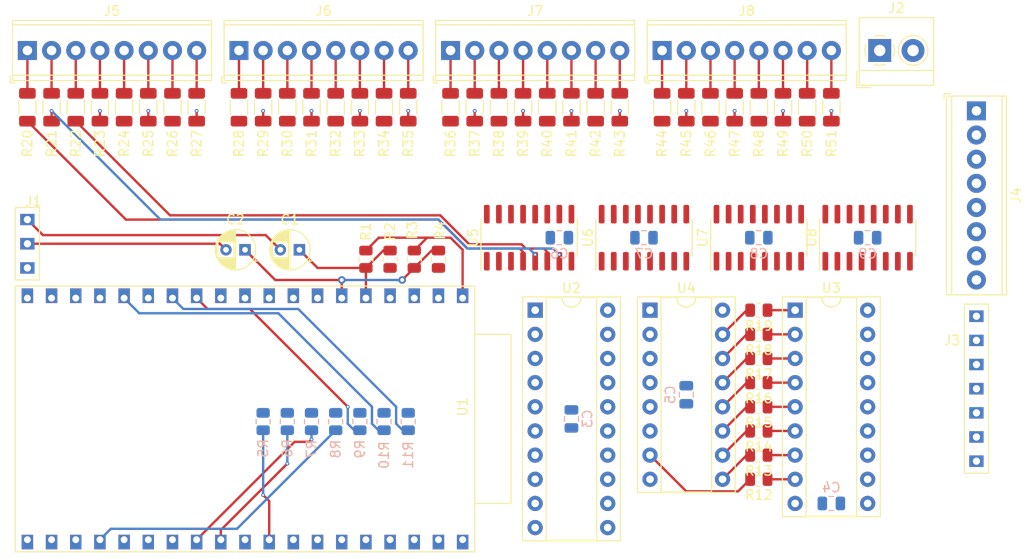
<source format=kicad_pcb>
(kicad_pcb (version 20171130) (host pcbnew "(5.1.10)-1")
  (layers (0 F.Cu mixed) (1 In1.Cu power) (2 In2.Cu power) (31 B.Cu mixed) (34 B.Paste user) (35 F.Paste user) (36 B.SilkS user) (37 F.SilkS user) (38 B.Mask user) (39 F.Mask user) (44 Edge.Cuts user))
  (net 0 "")
  (net 1 Earth)
  (net 2 +5V)
  (net 3 "Net-(J3-Pad6)")
  (net 4 "Net-(J3-Pad5)")
  (net 5 "Net-(J3-Pad4)")
  (net 6 "Net-(J3-Pad3)")
  (net 7 "Net-(J3-Pad2)")
  (net 8 "Net-(J3-Pad1)")
  (net 9 "Net-(J4-Pad8)")
  (net 10 "Net-(J4-Pad7)")
  (net 11 "Net-(J4-Pad6)")
  (net 12 "Net-(J4-Pad5)")
  (net 13 "Net-(J4-Pad4)")
  (net 14 "Net-(J4-Pad3)")
  (net 15 "Net-(J4-Pad2)")
  (net 16 "Net-(J4-Pad1)")
  (net 17 "Net-(J5-Pad8)")
  (net 18 "Net-(J5-Pad7)")
  (net 19 "Net-(J5-Pad6)")
  (net 20 "Net-(J5-Pad5)")
  (net 21 "Net-(J5-Pad4)")
  (net 22 "Net-(J5-Pad3)")
  (net 23 "Net-(J5-Pad2)")
  (net 24 "Net-(J5-Pad1)")
  (net 25 "Net-(J6-Pad8)")
  (net 26 "Net-(J6-Pad7)")
  (net 27 "Net-(J6-Pad6)")
  (net 28 "Net-(J6-Pad5)")
  (net 29 "Net-(J6-Pad4)")
  (net 30 "Net-(J6-Pad3)")
  (net 31 "Net-(J6-Pad2)")
  (net 32 "Net-(J6-Pad1)")
  (net 33 "Net-(R5-Pad1)")
  (net 34 "Net-(R6-Pad1)")
  (net 35 "Net-(R7-Pad1)")
  (net 36 "Net-(R8-Pad1)")
  (net 37 "Net-(R12-Pad2)")
  (net 38 "Net-(R13-Pad2)")
  (net 39 "Net-(R14-Pad2)")
  (net 40 "Net-(R15-Pad2)")
  (net 41 "Net-(R16-Pad2)")
  (net 42 "Net-(R17-Pad2)")
  (net 43 "Net-(R18-Pad2)")
  (net 44 "Net-(R19-Pad2)")
  (net 45 "Net-(R20-Pad2)")
  (net 46 "Net-(R21-Pad2)")
  (net 47 "Net-(R22-Pad2)")
  (net 48 "Net-(R23-Pad2)")
  (net 49 "Net-(R24-Pad2)")
  (net 50 "Net-(R25-Pad2)")
  (net 51 "Net-(R26-Pad2)")
  (net 52 "Net-(R27-Pad2)")
  (net 53 "Net-(R28-Pad2)")
  (net 54 "Net-(R29-Pad2)")
  (net 55 "Net-(R30-Pad2)")
  (net 56 "Net-(R31-Pad2)")
  (net 57 "Net-(R32-Pad2)")
  (net 58 "Net-(R33-Pad2)")
  (net 59 "Net-(R34-Pad2)")
  (net 60 "Net-(R35-Pad2)")
  (net 61 "Net-(R36-Pad2)")
  (net 62 "Net-(R37-Pad2)")
  (net 63 "Net-(R38-Pad2)")
  (net 64 "Net-(R39-Pad2)")
  (net 65 "Net-(R40-Pad2)")
  (net 66 "Net-(U1-Pad26)")
  (net 67 "Net-(U1-Pad25)")
  (net 68 "Net-(U1-Pad11)")
  (net 69 "Net-(U1-Pad24)")
  (net 70 "Net-(U1-Pad21)")
  (net 71 "Net-(U1-Pad18)")
  (net 72 "Net-(U1-Pad4)")
  (net 73 "Net-(U1-Pad17)")
  (net 74 "Net-(U1-Pad3)")
  (net 75 "Net-(U1-Pad16)")
  (net 76 "Net-(U1-Pad2)")
  (net 77 "Net-(U5-Pad10)")
  (net 78 "Net-(U5-Pad9)")
  (net 79 "Net-(U6-Pad10)")
  (net 80 "Net-(U6-Pad9)")
  (net 81 "Net-(U7-Pad10)")
  (net 82 "Net-(U7-Pad9)")
  (net 83 "Net-(U1-Pad35)")
  (net 84 "Net-(U1-Pad34)")
  (net 85 "Net-(U1-Pad29)")
  (net 86 "Net-(U1-Pad22)")
  (net 87 "Net-(U1-Pad20)")
  (net 88 "Net-(U1-Pad8)")
  (net 89 "Net-(U1-Pad7)")
  (net 90 "Net-(U2-Pad9)")
  (net 91 "Net-(U2-Pad18)")
  (net 92 "Net-(U2-Pad7)")
  (net 93 "Net-(U2-Pad16)")
  (net 94 "Net-(U2-Pad5)")
  (net 95 "Net-(U2-Pad14)")
  (net 96 "Net-(U2-Pad3)")
  (net 97 "Net-(U2-Pad12)")
  (net 98 "Net-(U2-Pad11)")
  (net 99 "Net-(U8-Pad10)")
  (net 100 "Net-(U8-Pad9)")
  (net 101 "Net-(R9-Pad1)")
  (net 102 "Net-(R10-Pad1)")
  (net 103 "Net-(R11-Pad1)")
  (net 104 "Net-(R12-Pad1)")
  (net 105 "Net-(R13-Pad1)")
  (net 106 "Net-(R14-Pad1)")
  (net 107 "Net-(R15-Pad1)")
  (net 108 "Net-(R41-Pad2)")
  (net 109 "Net-(R42-Pad2)")
  (net 110 "Net-(R43-Pad2)")
  (net 111 "Net-(R44-Pad2)")
  (net 112 "Net-(R45-Pad2)")
  (net 113 "Net-(R46-Pad2)")
  (net 114 "Net-(R47-Pad2)")
  (net 115 "Net-(J7-Pad6)")
  (net 116 "Net-(J7-Pad5)")
  (net 117 "Net-(J7-Pad4)")
  (net 118 "Net-(J7-Pad3)")
  (net 119 "Net-(J7-Pad2)")
  (net 120 "Net-(J7-Pad1)")
  (net 121 "Net-(C1-Pad2)")
  (net 122 "Net-(C1-Pad1)")
  (net 123 "Net-(C2-Pad2)")
  (net 124 "Net-(C2-Pad1)")
  (net 125 "Net-(J7-Pad8)")
  (net 126 "Net-(J7-Pad7)")
  (net 127 "Net-(J8-Pad8)")
  (net 128 "Net-(J8-Pad7)")
  (net 129 "Net-(J8-Pad6)")
  (net 130 "Net-(J8-Pad5)")
  (net 131 "Net-(J8-Pad4)")
  (net 132 "Net-(J8-Pad3)")
  (net 133 "Net-(J8-Pad2)")
  (net 134 "Net-(J8-Pad1)")
  (net 135 "Net-(R1-Pad2)")
  (net 136 "Net-(R16-Pad1)")
  (net 137 "Net-(R17-Pad1)")
  (net 138 "Net-(R18-Pad1)")
  (net 139 "Net-(R19-Pad1)")
  (net 140 "Net-(R48-Pad2)")
  (net 141 "Net-(R49-Pad2)")
  (net 142 "Net-(R50-Pad2)")
  (net 143 "Net-(R51-Pad2)")
  (module Resistor_SMD:R_1206_3216Metric (layer F.Cu) (at 99.06 89.154 270)
    (fp_text reference R51 (at 3.81 0 90) (layer F.SilkS))
    (fp_text value 200)
    (pad 2 smd roundrect (at 1.4625 0 270) (size 1.125 1.75) (layers F.Cu F.Paste F.Mask) (roundrect_rratio 0.222222) (net 143 "Net-(R51-Pad2)"))
    (pad 1 smd roundrect (at -1.4625 0 270) (size 1.125 1.75) (layers F.Cu F.Paste F.Mask) (roundrect_rratio 0.222222) (net 127 "Net-(J8-Pad8)"))
  )
  (module Resistor_SMD:R_1206_3216Metric (layer F.Cu) (at 96.52 89.154 270)
    (fp_text reference R50 (at 3.81 0 90) (layer F.SilkS))
    (fp_text value 200)
    (pad 2 smd roundrect (at 1.4625 0 270) (size 1.125 1.75) (layers F.Cu F.Paste F.Mask) (roundrect_rratio 0.222222) (net 142 "Net-(R50-Pad2)"))
    (pad 1 smd roundrect (at -1.4625 0 270) (size 1.125 1.75) (layers F.Cu F.Paste F.Mask) (roundrect_rratio 0.222222) (net 128 "Net-(J8-Pad7)"))
  )
  (module Resistor_SMD:R_1206_3216Metric (layer F.Cu) (at 93.98 89.154 270)
    (fp_text reference R49 (at 3.81 0 90) (layer F.SilkS))
    (fp_text value 200)
    (pad 2 smd roundrect (at 1.4625 0 270) (size 1.125 1.75) (layers F.Cu F.Paste F.Mask) (roundrect_rratio 0.222222) (net 141 "Net-(R49-Pad2)"))
    (pad 1 smd roundrect (at -1.4625 0 270) (size 1.125 1.75) (layers F.Cu F.Paste F.Mask) (roundrect_rratio 0.222222) (net 129 "Net-(J8-Pad6)"))
  )
  (module Resistor_SMD:R_1206_3216Metric (layer F.Cu) (at 91.44 89.154 270)
    (fp_text reference R48 (at 3.81 0 90) (layer F.SilkS))
    (fp_text value 200)
    (pad 2 smd roundrect (at 1.4625 0 270) (size 1.125 1.75) (layers F.Cu F.Paste F.Mask) (roundrect_rratio 0.222222) (net 140 "Net-(R48-Pad2)"))
    (pad 1 smd roundrect (at -1.4625 0 270) (size 1.125 1.75) (layers F.Cu F.Paste F.Mask) (roundrect_rratio 0.222222) (net 130 "Net-(J8-Pad5)"))
  )
  (module Resistor_SMD:R_1206_3216Metric (layer F.Cu) (at 88.9 89.154 270)
    (fp_text reference R47 (at 3.81 0 90) (layer F.SilkS))
    (fp_text value 200)
    (pad 2 smd roundrect (at 1.4625 0 270) (size 1.125 1.75) (layers F.Cu F.Paste F.Mask) (roundrect_rratio 0.222222) (net 114 "Net-(R47-Pad2)"))
    (pad 1 smd roundrect (at -1.4625 0 270) (size 1.125 1.75) (layers F.Cu F.Paste F.Mask) (roundrect_rratio 0.222222) (net 131 "Net-(J8-Pad4)"))
  )
  (module Resistor_SMD:R_1206_3216Metric (layer F.Cu) (at 86.36 89.154 270)
    (fp_text reference R46 (at 3.81 0 90) (layer F.SilkS))
    (fp_text value 200)
    (pad 2 smd roundrect (at 1.4625 0 270) (size 1.125 1.75) (layers F.Cu F.Paste F.Mask) (roundrect_rratio 0.222222) (net 113 "Net-(R46-Pad2)"))
    (pad 1 smd roundrect (at -1.4625 0 270) (size 1.125 1.75) (layers F.Cu F.Paste F.Mask) (roundrect_rratio 0.222222) (net 132 "Net-(J8-Pad3)"))
  )
  (module Resistor_SMD:R_1206_3216Metric (layer F.Cu) (at 83.82 89.154 270)
    (fp_text reference R45 (at 3.81 0 90) (layer F.SilkS))
    (fp_text value 200)
    (pad 2 smd roundrect (at 1.4625 0 270) (size 1.125 1.75) (layers F.Cu F.Paste F.Mask) (roundrect_rratio 0.222222) (net 112 "Net-(R45-Pad2)"))
    (pad 1 smd roundrect (at -1.4625 0 270) (size 1.125 1.75) (layers F.Cu F.Paste F.Mask) (roundrect_rratio 0.222222) (net 133 "Net-(J8-Pad2)"))
  )
  (module Resistor_SMD:R_1206_3216Metric (layer F.Cu) (at 81.28 89.154 270)
    (fp_text reference R44 (at 3.81 0 90) (layer F.SilkS))
    (fp_text value 200)
    (pad 2 smd roundrect (at 1.4625 0 270) (size 1.125 1.75) (layers F.Cu F.Paste F.Mask) (roundrect_rratio 0.222222) (net 111 "Net-(R44-Pad2)"))
    (pad 1 smd roundrect (at -1.4625 0 270) (size 1.125 1.75) (layers F.Cu F.Paste F.Mask) (roundrect_rratio 0.222222) (net 134 "Net-(J8-Pad1)"))
  )
  (module Resistor_SMD:R_1206_3216Metric (layer F.Cu) (at 76.835 89.154 270)
    (fp_text reference R43 (at 3.81 0 90) (layer F.SilkS))
    (fp_text value 200)
    (pad 2 smd roundrect (at 1.4625 0 270) (size 1.125 1.75) (layers F.Cu F.Paste F.Mask) (roundrect_rratio 0.222222) (net 110 "Net-(R43-Pad2)"))
    (pad 1 smd roundrect (at -1.4625 0 270) (size 1.125 1.75) (layers F.Cu F.Paste F.Mask) (roundrect_rratio 0.222222) (net 125 "Net-(J7-Pad8)"))
  )
  (module Resistor_SMD:R_1206_3216Metric (layer F.Cu) (at 74.295 89.154 270)
    (fp_text reference R42 (at 3.81 0 90) (layer F.SilkS))
    (fp_text value 200)
    (pad 2 smd roundrect (at 1.4625 0 270) (size 1.125 1.75) (layers F.Cu F.Paste F.Mask) (roundrect_rratio 0.222222) (net 109 "Net-(R42-Pad2)"))
    (pad 1 smd roundrect (at -1.4625 0 270) (size 1.125 1.75) (layers F.Cu F.Paste F.Mask) (roundrect_rratio 0.222222) (net 126 "Net-(J7-Pad7)"))
  )
  (module Resistor_SMD:R_1206_3216Metric (layer F.Cu) (at 71.755 89.154 270)
    (fp_text reference R41 (at 3.81 0 90) (layer F.SilkS))
    (fp_text value 200)
    (pad 2 smd roundrect (at 1.4625 0 270) (size 1.125 1.75) (layers F.Cu F.Paste F.Mask) (roundrect_rratio 0.222222) (net 108 "Net-(R41-Pad2)"))
    (pad 1 smd roundrect (at -1.4625 0 270) (size 1.125 1.75) (layers F.Cu F.Paste F.Mask) (roundrect_rratio 0.222222) (net 115 "Net-(J7-Pad6)"))
  )
  (module Resistor_SMD:R_1206_3216Metric (layer F.Cu) (at 69.215 89.154 270)
    (fp_text reference R40 (at 3.81 0 90) (layer F.SilkS))
    (fp_text value 200)
    (pad 2 smd roundrect (at 1.4625 0 270) (size 1.125 1.75) (layers F.Cu F.Paste F.Mask) (roundrect_rratio 0.222222) (net 65 "Net-(R40-Pad2)"))
    (pad 1 smd roundrect (at -1.4625 0 270) (size 1.125 1.75) (layers F.Cu F.Paste F.Mask) (roundrect_rratio 0.222222) (net 116 "Net-(J7-Pad5)"))
  )
  (module Resistor_SMD:R_1206_3216Metric (layer F.Cu) (at 66.675 89.154 270)
    (fp_text reference R39 (at 3.81 0 90) (layer F.SilkS))
    (fp_text value 200)
    (pad 2 smd roundrect (at 1.4625 0 270) (size 1.125 1.75) (layers F.Cu F.Paste F.Mask) (roundrect_rratio 0.222222) (net 64 "Net-(R39-Pad2)"))
    (pad 1 smd roundrect (at -1.4625 0 270) (size 1.125 1.75) (layers F.Cu F.Paste F.Mask) (roundrect_rratio 0.222222) (net 117 "Net-(J7-Pad4)"))
  )
  (module Resistor_SMD:R_1206_3216Metric (layer F.Cu) (at 64.135 89.154 270)
    (fp_text reference R38 (at 3.81 0 90) (layer F.SilkS))
    (fp_text value 200)
    (pad 2 smd roundrect (at 1.4625 0 270) (size 1.125 1.75) (layers F.Cu F.Paste F.Mask) (roundrect_rratio 0.222222) (net 63 "Net-(R38-Pad2)"))
    (pad 1 smd roundrect (at -1.4625 0 270) (size 1.125 1.75) (layers F.Cu F.Paste F.Mask) (roundrect_rratio 0.222222) (net 118 "Net-(J7-Pad3)"))
  )
  (module Resistor_SMD:R_1206_3216Metric (layer F.Cu) (at 61.595 89.154 270)
    (fp_text reference R37 (at 3.81 0 90) (layer F.SilkS))
    (fp_text value 200)
    (pad 2 smd roundrect (at 1.4625 0 270) (size 1.125 1.75) (layers F.Cu F.Paste F.Mask) (roundrect_rratio 0.222222) (net 62 "Net-(R37-Pad2)"))
    (pad 1 smd roundrect (at -1.4625 0 270) (size 1.125 1.75) (layers F.Cu F.Paste F.Mask) (roundrect_rratio 0.222222) (net 119 "Net-(J7-Pad2)"))
  )
  (module Resistor_SMD:R_1206_3216Metric (layer F.Cu) (at 59.055 89.154 270)
    (fp_text reference R36 (at 3.81 0 90) (layer F.SilkS))
    (fp_text value 200)
    (pad 2 smd roundrect (at 1.4625 0 270) (size 1.125 1.75) (layers F.Cu F.Paste F.Mask) (roundrect_rratio 0.222222) (net 61 "Net-(R36-Pad2)"))
    (pad 1 smd roundrect (at -1.4625 0 270) (size 1.125 1.75) (layers F.Cu F.Paste F.Mask) (roundrect_rratio 0.222222) (net 120 "Net-(J7-Pad1)"))
  )
  (module Resistor_SMD:R_1206_3216Metric (layer F.Cu) (at 54.61 89.154 270)
    (fp_text reference R35 (at 3.81 0 90) (layer F.SilkS))
    (fp_text value 200)
    (pad 2 smd roundrect (at 1.4625 0 270) (size 1.125 1.75) (layers F.Cu F.Paste F.Mask) (roundrect_rratio 0.222222) (net 60 "Net-(R35-Pad2)"))
    (pad 1 smd roundrect (at -1.4625 0 270) (size 1.125 1.75) (layers F.Cu F.Paste F.Mask) (roundrect_rratio 0.222222) (net 25 "Net-(J6-Pad8)"))
  )
  (module Resistor_SMD:R_1206_3216Metric (layer F.Cu) (at 52.07 89.154 270)
    (fp_text reference R34 (at 3.81 0 90) (layer F.SilkS))
    (fp_text value 200)
    (pad 2 smd roundrect (at 1.4625 0 270) (size 1.125 1.75) (layers F.Cu F.Paste F.Mask) (roundrect_rratio 0.222222) (net 59 "Net-(R34-Pad2)"))
    (pad 1 smd roundrect (at -1.4625 0 270) (size 1.125 1.75) (layers F.Cu F.Paste F.Mask) (roundrect_rratio 0.222222) (net 26 "Net-(J6-Pad7)"))
  )
  (module Resistor_SMD:R_1206_3216Metric (layer F.Cu) (at 49.53 89.154 270)
    (fp_text reference R33 (at 3.81 0 90) (layer F.SilkS))
    (fp_text value 200)
    (pad 2 smd roundrect (at 1.4625 0 270) (size 1.125 1.75) (layers F.Cu F.Paste F.Mask) (roundrect_rratio 0.222222) (net 58 "Net-(R33-Pad2)"))
    (pad 1 smd roundrect (at -1.4625 0 270) (size 1.125 1.75) (layers F.Cu F.Paste F.Mask) (roundrect_rratio 0.222222) (net 27 "Net-(J6-Pad6)"))
  )
  (module Resistor_SMD:R_1206_3216Metric (layer F.Cu) (at 46.99 89.154 270)
    (fp_text reference R32 (at 3.81 0 90) (layer F.SilkS))
    (fp_text value 200)
    (pad 2 smd roundrect (at 1.4625 0 270) (size 1.125 1.75) (layers F.Cu F.Paste F.Mask) (roundrect_rratio 0.222222) (net 57 "Net-(R32-Pad2)"))
    (pad 1 smd roundrect (at -1.4625 0 270) (size 1.125 1.75) (layers F.Cu F.Paste F.Mask) (roundrect_rratio 0.222222) (net 28 "Net-(J6-Pad5)"))
  )
  (module Resistor_SMD:R_1206_3216Metric (layer F.Cu) (at 44.45 89.154 270)
    (fp_text reference R31 (at 3.81 0 90) (layer F.SilkS))
    (fp_text value 200)
    (pad 2 smd roundrect (at 1.4625 0 270) (size 1.125 1.75) (layers F.Cu F.Paste F.Mask) (roundrect_rratio 0.222222) (net 56 "Net-(R31-Pad2)"))
    (pad 1 smd roundrect (at -1.4625 0 270) (size 1.125 1.75) (layers F.Cu F.Paste F.Mask) (roundrect_rratio 0.222222) (net 29 "Net-(J6-Pad4)"))
  )
  (module Resistor_SMD:R_1206_3216Metric (layer F.Cu) (at 41.91 89.154 270)
    (fp_text reference R30 (at 3.81 0 90) (layer F.SilkS))
    (fp_text value 200)
    (pad 2 smd roundrect (at 1.4625 0 270) (size 1.125 1.75) (layers F.Cu F.Paste F.Mask) (roundrect_rratio 0.222222) (net 55 "Net-(R30-Pad2)"))
    (pad 1 smd roundrect (at -1.4625 0 270) (size 1.125 1.75) (layers F.Cu F.Paste F.Mask) (roundrect_rratio 0.222222) (net 30 "Net-(J6-Pad3)"))
  )
  (module Resistor_SMD:R_1206_3216Metric (layer F.Cu) (at 39.37 89.154 270)
    (fp_text reference R29 (at 3.81 0 90) (layer F.SilkS))
    (fp_text value 200)
    (pad 2 smd roundrect (at 1.4625 0 270) (size 1.125 1.75) (layers F.Cu F.Paste F.Mask) (roundrect_rratio 0.222222) (net 54 "Net-(R29-Pad2)"))
    (pad 1 smd roundrect (at -1.4625 0 270) (size 1.125 1.75) (layers F.Cu F.Paste F.Mask) (roundrect_rratio 0.222222) (net 31 "Net-(J6-Pad2)"))
  )
  (module Resistor_SMD:R_1206_3216Metric (layer F.Cu) (at 36.83 89.154 270)
    (fp_text reference R28 (at 3.81 0 90) (layer F.SilkS))
    (fp_text value 200)
    (pad 2 smd roundrect (at 1.4625 0 270) (size 1.125 1.75) (layers F.Cu F.Paste F.Mask) (roundrect_rratio 0.222222) (net 53 "Net-(R28-Pad2)"))
    (pad 1 smd roundrect (at -1.4625 0 270) (size 1.125 1.75) (layers F.Cu F.Paste F.Mask) (roundrect_rratio 0.222222) (net 32 "Net-(J6-Pad1)"))
  )
  (module Resistor_SMD:R_1206_3216Metric (layer F.Cu) (at 32.385 89.154 270)
    (fp_text reference R27 (at 3.81 0 90) (layer F.SilkS))
    (fp_text value 200)
    (pad 2 smd roundrect (at 1.4625 0 270) (size 1.125 1.75) (layers F.Cu F.Paste F.Mask) (roundrect_rratio 0.222222) (net 52 "Net-(R27-Pad2)"))
    (pad 1 smd roundrect (at -1.4625 0 270) (size 1.125 1.75) (layers F.Cu F.Paste F.Mask) (roundrect_rratio 0.222222) (net 17 "Net-(J5-Pad8)"))
  )
  (module Resistor_SMD:R_1206_3216Metric (layer F.Cu) (at 29.845 89.154 270)
    (fp_text reference R26 (at 3.81 0 90) (layer F.SilkS))
    (fp_text value 200)
    (pad 2 smd roundrect (at 1.4625 0 270) (size 1.125 1.75) (layers F.Cu F.Paste F.Mask) (roundrect_rratio 0.222222) (net 51 "Net-(R26-Pad2)"))
    (pad 1 smd roundrect (at -1.4625 0 270) (size 1.125 1.75) (layers F.Cu F.Paste F.Mask) (roundrect_rratio 0.222222) (net 18 "Net-(J5-Pad7)"))
  )
  (module Resistor_SMD:R_1206_3216Metric (layer F.Cu) (at 27.305 89.154 270)
    (fp_text reference R25 (at 3.81 0 90) (layer F.SilkS))
    (fp_text value 200)
    (pad 2 smd roundrect (at 1.4625 0 270) (size 1.125 1.75) (layers F.Cu F.Paste F.Mask) (roundrect_rratio 0.222222) (net 50 "Net-(R25-Pad2)"))
    (pad 1 smd roundrect (at -1.4625 0 270) (size 1.125 1.75) (layers F.Cu F.Paste F.Mask) (roundrect_rratio 0.222222) (net 19 "Net-(J5-Pad6)"))
  )
  (module Resistor_SMD:R_1206_3216Metric (layer F.Cu) (at 24.765 89.154 270)
    (fp_text reference R24 (at 3.81 0 90) (layer F.SilkS))
    (fp_text value 200)
    (pad 2 smd roundrect (at 1.4625 0 270) (size 1.125 1.75) (layers F.Cu F.Paste F.Mask) (roundrect_rratio 0.222222) (net 49 "Net-(R24-Pad2)"))
    (pad 1 smd roundrect (at -1.4625 0 270) (size 1.125 1.75) (layers F.Cu F.Paste F.Mask) (roundrect_rratio 0.222222) (net 20 "Net-(J5-Pad5)"))
  )
  (module Resistor_SMD:R_1206_3216Metric (layer F.Cu) (at 22.225 89.154 270)
    (fp_text reference R23 (at 3.81 0 90) (layer F.SilkS))
    (fp_text value 200)
    (pad 2 smd roundrect (at 1.4625 0 270) (size 1.125 1.75) (layers F.Cu F.Paste F.Mask) (roundrect_rratio 0.222222) (net 48 "Net-(R23-Pad2)"))
    (pad 1 smd roundrect (at -1.4625 0 270) (size 1.125 1.75) (layers F.Cu F.Paste F.Mask) (roundrect_rratio 0.222222) (net 21 "Net-(J5-Pad4)"))
  )
  (module Resistor_SMD:R_1206_3216Metric (layer F.Cu) (at 19.685 89.154 270)
    (fp_text reference R22 (at 3.81 0 90) (layer F.SilkS))
    (fp_text value 200)
    (pad 2 smd roundrect (at 1.4625 0 270) (size 1.125 1.75) (layers F.Cu F.Paste F.Mask) (roundrect_rratio 0.222222) (net 47 "Net-(R22-Pad2)"))
    (pad 1 smd roundrect (at -1.4625 0 270) (size 1.125 1.75) (layers F.Cu F.Paste F.Mask) (roundrect_rratio 0.222222) (net 22 "Net-(J5-Pad3)"))
  )
  (module Resistor_SMD:R_1206_3216Metric (layer F.Cu) (at 17.145 89.154 270)
    (fp_text reference R21 (at 3.81 0 90) (layer F.SilkS))
    (fp_text value 200)
    (pad 2 smd roundrect (at 1.4625 0 270) (size 1.125 1.75) (layers F.Cu F.Paste F.Mask) (roundrect_rratio 0.222222) (net 46 "Net-(R21-Pad2)"))
    (pad 1 smd roundrect (at -1.4625 0 270) (size 1.125 1.75) (layers F.Cu F.Paste F.Mask) (roundrect_rratio 0.222222) (net 23 "Net-(J5-Pad2)"))
  )
  (module Resistor_SMD:R_1206_3216Metric (layer F.Cu) (at 14.605 89.154 270)
    (fp_text reference R20 (at 3.81 0 90) (layer F.SilkS))
    (fp_text value 200)
    (pad 2 smd roundrect (at 1.4625 0 270) (size 1.125 1.75) (layers F.Cu F.Paste F.Mask) (roundrect_rratio 0.222222) (net 45 "Net-(R20-Pad2)"))
    (pad 1 smd roundrect (at -1.4625 0 270) (size 1.125 1.75) (layers F.Cu F.Paste F.Mask) (roundrect_rratio 0.222222) (net 24 "Net-(J5-Pad1)"))
  )
  (module Package_SO:SOIC-16_3.9x9.9mm_P1.27mm (layer F.Cu) (at 102.87 102.87 90)
    (fp_text reference U8 (at 0 -5.9 90) (layer F.SilkS))
    (fp_text value HEF4794B)
    (pad 16 smd roundrect (at 2.475 -4.445 90) (size 1.95 0.6) (layers F.Cu F.Paste F.Mask) (net 2 +5V))
    (pad 15 smd roundrect (at 2.475 -3.175 90) (size 1.95 0.6) (layers F.Cu F.Paste F.Mask) (net 97 "Net-(U2-Pad12)"))
    (pad 14 smd roundrect (at 2.475 -1.905 90) (size 1.95 0.6) (layers F.Cu F.Paste F.Mask) (net 140 "Net-(R48-Pad2)"))
    (pad 13 smd roundrect (at 2.475 -0.635 90) (size 1.95 0.6) (layers F.Cu F.Paste F.Mask) (net 141 "Net-(R49-Pad2)"))
    (pad 12 smd roundrect (at 2.475 0.635 90) (size 1.95 0.6) (layers F.Cu F.Paste F.Mask) (net 142 "Net-(R50-Pad2)"))
    (pad 11 smd roundrect (at 2.475 1.905 90) (size 1.95 0.6) (layers F.Cu F.Paste F.Mask) (net 143 "Net-(R51-Pad2)"))
    (pad 10 smd roundrect (at 2.475 3.175 90) (size 1.95 0.6) (layers F.Cu F.Paste F.Mask) (net 99 "Net-(U8-Pad10)"))
    (pad 9 smd roundrect (at 2.475 4.445 90) (size 1.95 0.6) (layers F.Cu F.Paste F.Mask) (net 100 "Net-(U8-Pad9)"))
    (pad 8 smd roundrect (at -2.475 4.445 90) (size 1.95 0.6) (layers F.Cu F.Paste F.Mask) (net 1 Earth))
    (pad 7 smd roundrect (at -2.475 3.175 90) (size 1.95 0.6) (layers F.Cu F.Paste F.Mask) (net 114 "Net-(R47-Pad2)"))
    (pad 6 smd roundrect (at -2.475 1.905 90) (size 1.95 0.6) (layers F.Cu F.Paste F.Mask) (net 113 "Net-(R46-Pad2)"))
    (pad 5 smd roundrect (at -2.475 0.635 90) (size 1.95 0.6) (layers F.Cu F.Paste F.Mask) (net 112 "Net-(R45-Pad2)"))
    (pad 4 smd roundrect (at -2.475 -0.635 90) (size 1.95 0.6) (layers F.Cu F.Paste F.Mask) (net 111 "Net-(R44-Pad2)"))
    (pad 3 smd roundrect (at -2.475 -1.905 90) (size 1.95 0.6) (layers F.Cu F.Paste F.Mask) (net 95 "Net-(U2-Pad14)"))
    (pad 2 smd roundrect (at -2.475 -3.175 90) (size 1.95 0.6) (layers F.Cu F.Paste F.Mask) (net 82 "Net-(U7-Pad9)"))
    (pad 1 smd roundrect (at -2.475 -4.445 90) (size 1.95 0.6) (layers F.Cu F.Paste F.Mask) (net 91 "Net-(U2-Pad18)"))
  )
  (module Package_SO:SOIC-16_3.9x9.9mm_P1.27mm (layer F.Cu) (at 91.44 102.87 90)
    (fp_text reference U7 (at 0 -5.9 90) (layer F.SilkS))
    (fp_text value HEF4794B)
    (pad 16 smd roundrect (at 2.475 -4.445 90) (size 1.95 0.6) (layers F.Cu F.Paste F.Mask) (net 2 +5V))
    (pad 15 smd roundrect (at 2.475 -3.175 90) (size 1.95 0.6) (layers F.Cu F.Paste F.Mask) (net 97 "Net-(U2-Pad12)"))
    (pad 14 smd roundrect (at 2.475 -1.905 90) (size 1.95 0.6) (layers F.Cu F.Paste F.Mask) (net 65 "Net-(R40-Pad2)"))
    (pad 13 smd roundrect (at 2.475 -0.635 90) (size 1.95 0.6) (layers F.Cu F.Paste F.Mask) (net 108 "Net-(R41-Pad2)"))
    (pad 12 smd roundrect (at 2.475 0.635 90) (size 1.95 0.6) (layers F.Cu F.Paste F.Mask) (net 109 "Net-(R42-Pad2)"))
    (pad 11 smd roundrect (at 2.475 1.905 90) (size 1.95 0.6) (layers F.Cu F.Paste F.Mask) (net 110 "Net-(R43-Pad2)"))
    (pad 10 smd roundrect (at 2.475 3.175 90) (size 1.95 0.6) (layers F.Cu F.Paste F.Mask) (net 81 "Net-(U7-Pad10)"))
    (pad 9 smd roundrect (at 2.475 4.445 90) (size 1.95 0.6) (layers F.Cu F.Paste F.Mask) (net 82 "Net-(U7-Pad9)"))
    (pad 8 smd roundrect (at -2.475 4.445 90) (size 1.95 0.6) (layers F.Cu F.Paste F.Mask) (net 1 Earth))
    (pad 7 smd roundrect (at -2.475 3.175 90) (size 1.95 0.6) (layers F.Cu F.Paste F.Mask) (net 64 "Net-(R39-Pad2)"))
    (pad 6 smd roundrect (at -2.475 1.905 90) (size 1.95 0.6) (layers F.Cu F.Paste F.Mask) (net 63 "Net-(R38-Pad2)"))
    (pad 5 smd roundrect (at -2.475 0.635 90) (size 1.95 0.6) (layers F.Cu F.Paste F.Mask) (net 62 "Net-(R37-Pad2)"))
    (pad 4 smd roundrect (at -2.475 -0.635 90) (size 1.95 0.6) (layers F.Cu F.Paste F.Mask) (net 61 "Net-(R36-Pad2)"))
    (pad 3 smd roundrect (at -2.475 -1.905 90) (size 1.95 0.6) (layers F.Cu F.Paste F.Mask) (net 95 "Net-(U2-Pad14)"))
    (pad 2 smd roundrect (at -2.475 -3.175 90) (size 1.95 0.6) (layers F.Cu F.Paste F.Mask) (net 80 "Net-(U6-Pad9)"))
    (pad 1 smd roundrect (at -2.475 -4.445 90) (size 1.95 0.6) (layers F.Cu F.Paste F.Mask) (net 91 "Net-(U2-Pad18)"))
  )
  (module Package_SO:SOIC-16_3.9x9.9mm_P1.27mm (layer F.Cu) (at 79.375 102.87 90)
    (fp_text reference U6 (at 0 -5.9 90) (layer F.SilkS))
    (fp_text value HEF4794B)
    (pad 16 smd roundrect (at 2.475 -4.445 90) (size 1.95 0.6) (layers F.Cu F.Paste F.Mask) (net 2 +5V))
    (pad 15 smd roundrect (at 2.475 -3.175 90) (size 1.95 0.6) (layers F.Cu F.Paste F.Mask) (net 97 "Net-(U2-Pad12)"))
    (pad 14 smd roundrect (at 2.475 -1.905 90) (size 1.95 0.6) (layers F.Cu F.Paste F.Mask) (net 57 "Net-(R32-Pad2)"))
    (pad 13 smd roundrect (at 2.475 -0.635 90) (size 1.95 0.6) (layers F.Cu F.Paste F.Mask) (net 58 "Net-(R33-Pad2)"))
    (pad 12 smd roundrect (at 2.475 0.635 90) (size 1.95 0.6) (layers F.Cu F.Paste F.Mask) (net 59 "Net-(R34-Pad2)"))
    (pad 11 smd roundrect (at 2.475 1.905 90) (size 1.95 0.6) (layers F.Cu F.Paste F.Mask) (net 60 "Net-(R35-Pad2)"))
    (pad 10 smd roundrect (at 2.475 3.175 90) (size 1.95 0.6) (layers F.Cu F.Paste F.Mask) (net 79 "Net-(U6-Pad10)"))
    (pad 9 smd roundrect (at 2.475 4.445 90) (size 1.95 0.6) (layers F.Cu F.Paste F.Mask) (net 80 "Net-(U6-Pad9)"))
    (pad 8 smd roundrect (at -2.475 4.445 90) (size 1.95 0.6) (layers F.Cu F.Paste F.Mask) (net 1 Earth))
    (pad 7 smd roundrect (at -2.475 3.175 90) (size 1.95 0.6) (layers F.Cu F.Paste F.Mask) (net 56 "Net-(R31-Pad2)"))
    (pad 6 smd roundrect (at -2.475 1.905 90) (size 1.95 0.6) (layers F.Cu F.Paste F.Mask) (net 55 "Net-(R30-Pad2)"))
    (pad 5 smd roundrect (at -2.475 0.635 90) (size 1.95 0.6) (layers F.Cu F.Paste F.Mask) (net 54 "Net-(R29-Pad2)"))
    (pad 4 smd roundrect (at -2.475 -0.635 90) (size 1.95 0.6) (layers F.Cu F.Paste F.Mask) (net 53 "Net-(R28-Pad2)"))
    (pad 3 smd roundrect (at -2.475 -1.905 90) (size 1.95 0.6) (layers F.Cu F.Paste F.Mask) (net 95 "Net-(U2-Pad14)"))
    (pad 2 smd roundrect (at -2.475 -3.175 90) (size 1.95 0.6) (layers F.Cu F.Paste F.Mask) (net 78 "Net-(U5-Pad9)"))
    (pad 1 smd roundrect (at -2.475 -4.445 90) (size 1.95 0.6) (layers F.Cu F.Paste F.Mask) (net 91 "Net-(U2-Pad18)"))
  )
  (module Package_SO:SOIC-16_3.9x9.9mm_P1.27mm (layer F.Cu) (at 67.31 102.87 90)
    (fp_text reference U5 (at 0 -5.9 90) (layer F.SilkS))
    (fp_text value HEF4794B)
    (pad 16 smd roundrect (at 2.475 -4.445 90) (size 1.95 0.6) (layers F.Cu F.Paste F.Mask) (net 2 +5V))
    (pad 15 smd roundrect (at 2.475 -3.175 90) (size 1.95 0.6) (layers F.Cu F.Paste F.Mask) (net 97 "Net-(U2-Pad12)"))
    (pad 14 smd roundrect (at 2.475 -1.905 90) (size 1.95 0.6) (layers F.Cu F.Paste F.Mask) (net 49 "Net-(R24-Pad2)"))
    (pad 13 smd roundrect (at 2.475 -0.635 90) (size 1.95 0.6) (layers F.Cu F.Paste F.Mask) (net 50 "Net-(R25-Pad2)"))
    (pad 12 smd roundrect (at 2.475 0.635 90) (size 1.95 0.6) (layers F.Cu F.Paste F.Mask) (net 51 "Net-(R26-Pad2)"))
    (pad 11 smd roundrect (at 2.475 1.905 90) (size 1.95 0.6) (layers F.Cu F.Paste F.Mask) (net 52 "Net-(R27-Pad2)"))
    (pad 10 smd roundrect (at 2.475 3.175 90) (size 1.95 0.6) (layers F.Cu F.Paste F.Mask) (net 77 "Net-(U5-Pad10)"))
    (pad 9 smd roundrect (at 2.475 4.445 90) (size 1.95 0.6) (layers F.Cu F.Paste F.Mask) (net 78 "Net-(U5-Pad9)"))
    (pad 8 smd roundrect (at -2.475 4.445 90) (size 1.95 0.6) (layers F.Cu F.Paste F.Mask) (net 1 Earth))
    (pad 7 smd roundrect (at -2.475 3.175 90) (size 1.95 0.6) (layers F.Cu F.Paste F.Mask) (net 48 "Net-(R23-Pad2)"))
    (pad 6 smd roundrect (at -2.475 1.905 90) (size 1.95 0.6) (layers F.Cu F.Paste F.Mask) (net 47 "Net-(R22-Pad2)"))
    (pad 5 smd roundrect (at -2.475 0.635 90) (size 1.95 0.6) (layers F.Cu F.Paste F.Mask) (net 46 "Net-(R21-Pad2)"))
    (pad 4 smd roundrect (at -2.475 -0.635 90) (size 1.95 0.6) (layers F.Cu F.Paste F.Mask) (net 45 "Net-(R20-Pad2)"))
    (pad 3 smd roundrect (at -2.475 -1.905 90) (size 1.95 0.6) (layers F.Cu F.Paste F.Mask) (net 95 "Net-(U2-Pad14)"))
    (pad 2 smd roundrect (at -2.475 -3.175 90) (size 1.95 0.6) (layers F.Cu F.Paste F.Mask) (net 93 "Net-(U2-Pad16)"))
    (pad 1 smd roundrect (at -2.475 -4.445 90) (size 1.95 0.6) (layers F.Cu F.Paste F.Mask) (net 91 "Net-(U2-Pad18)"))
  )
  (module Package_DIP:DIP-16_W7.62mm_Socket (layer F.Cu) (at 80.01 110.49)
    (fp_text reference U4 (at 3.81 -2.33) (layer F.SilkS))
    (fp_text value 74HC238)
    (pad 16 thru_hole oval (at 7.62 0) (size 1.6 1.6) (drill 0.8) (layers *.Cu *.Mask) (net 2 +5V))
    (pad 8 thru_hole oval (at 0 17.78) (size 1.6 1.6) (drill 0.8) (layers *.Cu *.Mask) (net 1 Earth))
    (pad 15 thru_hole oval (at 7.62 2.54) (size 1.6 1.6) (drill 0.8) (layers *.Cu *.Mask) (net 44 "Net-(R19-Pad2)"))
    (pad 7 thru_hole oval (at 0 15.24) (size 1.6 1.6) (drill 0.8) (layers *.Cu *.Mask) (net 37 "Net-(R12-Pad2)"))
    (pad 14 thru_hole oval (at 7.62 5.08) (size 1.6 1.6) (drill 0.8) (layers *.Cu *.Mask) (net 43 "Net-(R18-Pad2)"))
    (pad 6 thru_hole oval (at 0 12.7) (size 1.6 1.6) (drill 0.8) (layers *.Cu *.Mask) (net 2 +5V))
    (pad 13 thru_hole oval (at 7.62 7.62) (size 1.6 1.6) (drill 0.8) (layers *.Cu *.Mask) (net 42 "Net-(R17-Pad2)"))
    (pad 5 thru_hole oval (at 0 10.16) (size 1.6 1.6) (drill 0.8) (layers *.Cu *.Mask) (net 1 Earth))
    (pad 12 thru_hole oval (at 7.62 10.16) (size 1.6 1.6) (drill 0.8) (layers *.Cu *.Mask) (net 41 "Net-(R16-Pad2)"))
    (pad 4 thru_hole oval (at 0 7.62) (size 1.6 1.6) (drill 0.8) (layers *.Cu *.Mask) (net 1 Earth))
    (pad 11 thru_hole oval (at 7.62 12.7) (size 1.6 1.6) (drill 0.8) (layers *.Cu *.Mask) (net 40 "Net-(R15-Pad2)"))
    (pad 3 thru_hole oval (at 0 5.08) (size 1.6 1.6) (drill 0.8) (layers *.Cu *.Mask) (net 92 "Net-(U2-Pad7)"))
    (pad 10 thru_hole oval (at 7.62 15.24) (size 1.6 1.6) (drill 0.8) (layers *.Cu *.Mask) (net 39 "Net-(R14-Pad2)"))
    (pad 2 thru_hole oval (at 0 2.54) (size 1.6 1.6) (drill 0.8) (layers *.Cu *.Mask) (net 94 "Net-(U2-Pad5)"))
    (pad 9 thru_hole oval (at 7.62 17.78) (size 1.6 1.6) (drill 0.8) (layers *.Cu *.Mask) (net 38 "Net-(R13-Pad2)"))
    (pad 1 thru_hole rect (at 0 0) (size 1.6 1.6) (drill 0.8) (layers *.Cu *.Mask) (net 96 "Net-(U2-Pad3)"))
  )
  (module Package_DIP:DIP-18_W7.62mm_Socket (layer F.Cu) (at 95.25 110.49)
    (fp_text reference U3 (at 3.81 -2.33) (layer F.SilkS))
    (fp_text value MIC2981)
    (pad 18 thru_hole oval (at 7.62 0) (size 1.6 1.6) (drill 0.8) (layers *.Cu *.Mask) (net 16 "Net-(J4-Pad1)"))
    (pad 9 thru_hole oval (at 0 20.32) (size 1.6 1.6) (drill 0.8) (layers *.Cu *.Mask) (net 2 +5V))
    (pad 17 thru_hole oval (at 7.62 2.54) (size 1.6 1.6) (drill 0.8) (layers *.Cu *.Mask) (net 15 "Net-(J4-Pad2)"))
    (pad 8 thru_hole oval (at 0 17.78) (size 1.6 1.6) (drill 0.8) (layers *.Cu *.Mask) (net 104 "Net-(R12-Pad1)"))
    (pad 16 thru_hole oval (at 7.62 5.08) (size 1.6 1.6) (drill 0.8) (layers *.Cu *.Mask) (net 14 "Net-(J4-Pad3)"))
    (pad 7 thru_hole oval (at 0 15.24) (size 1.6 1.6) (drill 0.8) (layers *.Cu *.Mask) (net 105 "Net-(R13-Pad1)"))
    (pad 15 thru_hole oval (at 7.62 7.62) (size 1.6 1.6) (drill 0.8) (layers *.Cu *.Mask) (net 13 "Net-(J4-Pad4)"))
    (pad 6 thru_hole oval (at 0 12.7) (size 1.6 1.6) (drill 0.8) (layers *.Cu *.Mask) (net 106 "Net-(R14-Pad1)"))
    (pad 14 thru_hole oval (at 7.62 10.16) (size 1.6 1.6) (drill 0.8) (layers *.Cu *.Mask) (net 12 "Net-(J4-Pad5)"))
    (pad 5 thru_hole oval (at 0 10.16) (size 1.6 1.6) (drill 0.8) (layers *.Cu *.Mask) (net 107 "Net-(R15-Pad1)"))
    (pad 13 thru_hole oval (at 7.62 12.7) (size 1.6 1.6) (drill 0.8) (layers *.Cu *.Mask) (net 11 "Net-(J4-Pad6)"))
    (pad 4 thru_hole oval (at 0 7.62) (size 1.6 1.6) (drill 0.8) (layers *.Cu *.Mask) (net 136 "Net-(R16-Pad1)"))
    (pad 12 thru_hole oval (at 7.62 15.24) (size 1.6 1.6) (drill 0.8) (layers *.Cu *.Mask) (net 10 "Net-(J4-Pad7)"))
    (pad 3 thru_hole oval (at 0 5.08) (size 1.6 1.6) (drill 0.8) (layers *.Cu *.Mask) (net 137 "Net-(R17-Pad1)"))
    (pad 11 thru_hole oval (at 7.62 17.78) (size 1.6 1.6) (drill 0.8) (layers *.Cu *.Mask) (net 9 "Net-(J4-Pad8)"))
    (pad 2 thru_hole oval (at 0 2.54) (size 1.6 1.6) (drill 0.8) (layers *.Cu *.Mask) (net 138 "Net-(R18-Pad1)"))
    (pad 10 thru_hole oval (at 7.62 20.32) (size 1.6 1.6) (drill 0.8) (layers *.Cu *.Mask) (net 1 Earth))
    (pad 1 thru_hole rect (at 0 0) (size 1.6 1.6) (drill 0.8) (layers *.Cu *.Mask) (net 139 "Net-(R19-Pad1)"))
  )
  (module Package_DIP:DIP-20_W7.62mm_Socket (layer F.Cu) (at 67.945 110.49)
    (fp_text reference U2 (at 3.81 -2.33) (layer F.SilkS))
    (fp_text value 74HCT244)
    (pad 20 thru_hole oval (at 7.62 0) (size 1.6 1.6) (drill 0.8) (layers *.Cu *.Mask) (net 2 +5V))
    (pad 10 thru_hole oval (at 0 22.86) (size 1.6 1.6) (drill 0.8) (layers *.Cu *.Mask) (net 1 Earth))
    (pad 19 thru_hole oval (at 7.62 2.54) (size 1.6 1.6) (drill 0.8) (layers *.Cu *.Mask) (net 1 Earth))
    (pad 9 thru_hole oval (at 0 20.32) (size 1.6 1.6) (drill 0.8) (layers *.Cu *.Mask) (net 90 "Net-(U2-Pad9)"))
    (pad 18 thru_hole oval (at 7.62 5.08) (size 1.6 1.6) (drill 0.8) (layers *.Cu *.Mask) (net 91 "Net-(U2-Pad18)"))
    (pad 8 thru_hole oval (at 0 17.78) (size 1.6 1.6) (drill 0.8) (layers *.Cu *.Mask) (net 36 "Net-(R8-Pad1)"))
    (pad 17 thru_hole oval (at 7.62 7.62) (size 1.6 1.6) (drill 0.8) (layers *.Cu *.Mask) (net 35 "Net-(R7-Pad1)"))
    (pad 7 thru_hole oval (at 0 15.24) (size 1.6 1.6) (drill 0.8) (layers *.Cu *.Mask) (net 92 "Net-(U2-Pad7)"))
    (pad 16 thru_hole oval (at 7.62 10.16) (size 1.6 1.6) (drill 0.8) (layers *.Cu *.Mask) (net 93 "Net-(U2-Pad16)"))
    (pad 6 thru_hole oval (at 0 12.7) (size 1.6 1.6) (drill 0.8) (layers *.Cu *.Mask) (net 101 "Net-(R9-Pad1)"))
    (pad 15 thru_hole oval (at 7.62 12.7) (size 1.6 1.6) (drill 0.8) (layers *.Cu *.Mask) (net 34 "Net-(R6-Pad1)"))
    (pad 5 thru_hole oval (at 0 10.16) (size 1.6 1.6) (drill 0.8) (layers *.Cu *.Mask) (net 94 "Net-(U2-Pad5)"))
    (pad 14 thru_hole oval (at 7.62 15.24) (size 1.6 1.6) (drill 0.8) (layers *.Cu *.Mask) (net 95 "Net-(U2-Pad14)"))
    (pad 4 thru_hole oval (at 0 7.62) (size 1.6 1.6) (drill 0.8) (layers *.Cu *.Mask) (net 102 "Net-(R10-Pad1)"))
    (pad 13 thru_hole oval (at 7.62 17.78) (size 1.6 1.6) (drill 0.8) (layers *.Cu *.Mask) (net 33 "Net-(R5-Pad1)"))
    (pad 3 thru_hole oval (at 0 5.08) (size 1.6 1.6) (drill 0.8) (layers *.Cu *.Mask) (net 96 "Net-(U2-Pad3)"))
    (pad 12 thru_hole oval (at 7.62 20.32) (size 1.6 1.6) (drill 0.8) (layers *.Cu *.Mask) (net 97 "Net-(U2-Pad12)"))
    (pad 2 thru_hole oval (at 0 2.54) (size 1.6 1.6) (drill 0.8) (layers *.Cu *.Mask) (net 103 "Net-(R11-Pad1)"))
    (pad 11 thru_hole oval (at 7.62 22.86) (size 1.6 1.6) (drill 0.8) (layers *.Cu *.Mask) (net 98 "Net-(U2-Pad11)"))
    (pad 1 thru_hole rect (at 0 0) (size 1.6 1.6) (drill 0.8) (layers *.Cu *.Mask) (net 1 Earth))
  )
  (module Arduino:ESP32-DevkitC (layer F.Cu) (at 61.595 120.65 270)
    (fp_text reference U1 (at 0 1.27 90) (layer F.SilkS))
    (fp_text value ESP32-DEVKITC-32E)
    (pad 1 thru_hole rect (at -11.43 1.27 270) (size 1.524 1.2) (drill 0.72 (offset -0.25 0)) (layers *.Cu *.Mask) (net 135 "Net-(R1-Pad2)"))
    (pad 2 thru_hole rect (at -11.43 3.81 270) (size 1.524 1.2) (drill 0.72 (offset -0.25 0)) (layers *.Cu *.Mask) (net 76 "Net-(U1-Pad2)"))
    (pad 3 thru_hole rect (at -11.43 6.35 270) (size 1.524 1.2) (drill 0.72 (offset -0.25 0)) (layers *.Cu *.Mask) (net 74 "Net-(U1-Pad3)"))
    (pad 4 thru_hole rect (at -11.43 8.89 270) (size 1.524 1.2) (drill 0.72 (offset -0.25 0)) (layers *.Cu *.Mask) (net 72 "Net-(U1-Pad4)"))
    (pad 5 thru_hole rect (at -11.43 11.43 270) (size 1.524 1.2) (drill 0.72 (offset -0.25 0)) (layers *.Cu *.Mask) (net 122 "Net-(C1-Pad1)"))
    (pad 6 thru_hole rect (at -11.43 13.97 270) (size 1.524 1.2) (drill 0.72 (offset -0.25 0)) (layers *.Cu *.Mask) (net 124 "Net-(C2-Pad1)"))
    (pad 7 thru_hole rect (at -11.43 16.51 270) (size 1.524 1.2) (drill 0.72 (offset -0.25 0)) (layers *.Cu *.Mask) (net 89 "Net-(U1-Pad7)"))
    (pad 8 thru_hole rect (at -11.43 19.05 270) (size 1.524 1.2) (drill 0.72 (offset -0.25 0)) (layers *.Cu *.Mask) (net 88 "Net-(U1-Pad8)"))
    (pad 9 thru_hole rect (at -11.43 21.59 270) (size 1.524 1.2) (drill 0.72 (offset -0.25 0)) (layers *.Cu *.Mask) (net 4 "Net-(J3-Pad5)"))
    (pad 10 thru_hole rect (at -11.43 24.13 270) (size 1.524 1.2) (drill 0.72 (offset -0.25 0)) (layers *.Cu *.Mask) (net 3 "Net-(J3-Pad6)"))
    (pad 11 thru_hole rect (at -11.43 26.67 270) (size 1.524 1.2) (drill 0.72 (offset -0.25 0)) (layers *.Cu *.Mask) (net 68 "Net-(U1-Pad11)"))
    (pad 12 thru_hole rect (at -11.43 29.21 270) (size 1.524 1.2) (drill 0.72 (offset -0.25 0)) (layers *.Cu *.Mask) (net 101 "Net-(R9-Pad1)"))
    (pad 13 thru_hole rect (at -11.43 31.75 270) (size 1.524 1.2) (drill 0.72 (offset -0.25 0)) (layers *.Cu *.Mask) (net 103 "Net-(R11-Pad1)"))
    (pad 14 thru_hole rect (at -11.43 34.29 270) (size 1.524 1.2) (drill 0.72 (offset -0.25 0)) (layers *.Cu *.Mask) (net 1 Earth))
    (pad 15 thru_hole rect (at -11.43 36.83 270) (size 1.524 1.2) (drill 0.72 (offset -0.25 0)) (layers *.Cu *.Mask) (net 102 "Net-(R10-Pad1)"))
    (pad 16 thru_hole rect (at -11.43 39.37 270) (size 1.524 1.2) (drill 0.72 (offset -0.25 0)) (layers *.Cu *.Mask) (net 75 "Net-(U1-Pad16)"))
    (pad 17 thru_hole rect (at -11.43 41.91 270) (size 1.524 1.2) (drill 0.72 (offset -0.25 0)) (layers *.Cu *.Mask) (net 73 "Net-(U1-Pad17)"))
    (pad 18 thru_hole rect (at -11.43 44.45 270) (size 1.524 1.2) (drill 0.72 (offset -0.25 0)) (layers *.Cu *.Mask) (net 71 "Net-(U1-Pad18)"))
    (pad 19 thru_hole rect (at -11.43 46.99 270) (size 1.524 1.2) (drill 0.72 (offset -0.25 0)) (layers *.Cu *.Mask) (net 2 +5V))
    (pad 20 thru_hole rect (at 13.97 46.99 90) (size 1.524 1.2) (drill 0.72 (offset -0.25 0)) (layers *.Cu *.Mask) (net 87 "Net-(U1-Pad20)"))
    (pad 21 thru_hole rect (at 13.97 44.45 90) (size 1.524 1.2) (drill 0.72 (offset -0.25 0)) (layers *.Cu *.Mask) (net 70 "Net-(U1-Pad21)"))
    (pad 22 thru_hole rect (at 13.97 41.91 90) (size 1.524 1.2) (drill 0.72 (offset -0.25 0)) (layers *.Cu *.Mask) (net 86 "Net-(U1-Pad22)"))
    (pad 23 thru_hole rect (at 13.97 39.37 90) (size 1.524 1.2) (drill 0.72 (offset -0.25 0)) (layers *.Cu *.Mask) (net 36 "Net-(R8-Pad1)"))
    (pad 24 thru_hole rect (at 13.97 36.83 90) (size 1.524 1.2) (drill 0.72 (offset -0.25 0)) (layers *.Cu *.Mask) (net 69 "Net-(U1-Pad24)"))
    (pad 25 thru_hole rect (at 13.97 34.29 90) (size 1.524 1.2) (drill 0.72 (offset -0.25 0)) (layers *.Cu *.Mask) (net 67 "Net-(U1-Pad25)"))
    (pad 26 thru_hole rect (at 13.97 31.75 90) (size 1.524 1.2) (drill 0.72 (offset -0.25 0)) (layers *.Cu *.Mask) (net 66 "Net-(U1-Pad26)"))
    (pad 27 thru_hole rect (at 13.97 29.21 90) (size 1.524 1.2) (drill 0.72 (offset -0.25 0)) (layers *.Cu *.Mask) (net 35 "Net-(R7-Pad1)"))
    (pad 28 thru_hole rect (at 13.97 26.67 90) (size 1.524 1.2) (drill 0.72 (offset -0.25 0)) (layers *.Cu *.Mask) (net 34 "Net-(R6-Pad1)"))
    (pad 29 thru_hole rect (at 13.97 24.13 90) (size 1.524 1.2) (drill 0.72 (offset -0.25 0)) (layers *.Cu *.Mask) (net 85 "Net-(U1-Pad29)"))
    (pad 30 thru_hole rect (at 13.97 21.59 90) (size 1.524 1.2) (drill 0.72 (offset -0.25 0)) (layers *.Cu *.Mask) (net 33 "Net-(R5-Pad1)"))
    (pad 31 thru_hole rect (at 13.97 19.05 90) (size 1.524 1.2) (drill 0.72 (offset -0.25 0)) (layers *.Cu *.Mask) (net 8 "Net-(J3-Pad1)"))
    (pad 32 thru_hole rect (at 13.97 16.51 90) (size 1.524 1.2) (drill 0.72 (offset -0.25 0)) (layers *.Cu *.Mask) (net 1 Earth))
    (pad 33 thru_hole rect (at 13.97 13.97 90) (size 1.524 1.2) (drill 0.72 (offset -0.25 0)) (layers *.Cu *.Mask) (net 7 "Net-(J3-Pad2)"))
    (pad 34 thru_hole rect (at 13.97 11.43 90) (size 1.524 1.2) (drill 0.72 (offset -0.25 0)) (layers *.Cu *.Mask) (net 84 "Net-(U1-Pad34)"))
    (pad 35 thru_hole rect (at 13.97 8.89 90) (size 1.524 1.2) (drill 0.72 (offset -0.25 0)) (layers *.Cu *.Mask) (net 83 "Net-(U1-Pad35)"))
    (pad 36 thru_hole rect (at 13.97 6.35 90) (size 1.524 1.2) (drill 0.72 (offset -0.25 0)) (layers *.Cu *.Mask) (net 6 "Net-(J3-Pad3)"))
    (pad 37 thru_hole rect (at 13.97 3.81 90) (size 1.524 1.2) (drill 0.72 (offset -0.25 0)) (layers *.Cu *.Mask) (net 5 "Net-(J3-Pad4)"))
    (pad 38 thru_hole rect (at 13.97 1.27 90) (size 1.524 1.2) (drill 0.72 (offset -0.25 0)) (layers *.Cu *.Mask) (net 1 Earth))
  )
  (module Resistor_SMD:R_0805_2012Metric (layer F.Cu) (at 91.44 110.49 180)
    (fp_text reference R19 (at 0 -1.65) (layer F.SilkS))
    (fp_text value 3k3)
    (pad 2 smd roundrect (at 0.9125 0 180) (size 1.025 1.4) (layers F.Cu F.Paste F.Mask) (roundrect_rratio 0.243902) (net 44 "Net-(R19-Pad2)"))
    (pad 1 smd roundrect (at -0.9125 0 180) (size 1.025 1.4) (layers F.Cu F.Paste F.Mask) (roundrect_rratio 0.243902) (net 139 "Net-(R19-Pad1)"))
  )
  (module Resistor_SMD:R_0805_2012Metric (layer F.Cu) (at 91.44 113.03 180)
    (fp_text reference R18 (at 0 -1.65) (layer F.SilkS))
    (fp_text value 3k3)
    (pad 2 smd roundrect (at 0.9125 0 180) (size 1.025 1.4) (layers F.Cu F.Paste F.Mask) (roundrect_rratio 0.243902) (net 43 "Net-(R18-Pad2)"))
    (pad 1 smd roundrect (at -0.9125 0 180) (size 1.025 1.4) (layers F.Cu F.Paste F.Mask) (roundrect_rratio 0.243902) (net 138 "Net-(R18-Pad1)"))
  )
  (module Resistor_SMD:R_0805_2012Metric (layer F.Cu) (at 91.44 115.57 180)
    (fp_text reference R17 (at 0 -1.65) (layer F.SilkS))
    (fp_text value 3k3)
    (pad 2 smd roundrect (at 0.9125 0 180) (size 1.025 1.4) (layers F.Cu F.Paste F.Mask) (roundrect_rratio 0.243902) (net 42 "Net-(R17-Pad2)"))
    (pad 1 smd roundrect (at -0.9125 0 180) (size 1.025 1.4) (layers F.Cu F.Paste F.Mask) (roundrect_rratio 0.243902) (net 137 "Net-(R17-Pad1)"))
  )
  (module Resistor_SMD:R_0805_2012Metric (layer F.Cu) (at 91.44 118.11 180)
    (fp_text reference R16 (at 0 -1.65) (layer F.SilkS))
    (fp_text value 3k3)
    (pad 2 smd roundrect (at 0.9125 0 180) (size 1.025 1.4) (layers F.Cu F.Paste F.Mask) (roundrect_rratio 0.243902) (net 41 "Net-(R16-Pad2)"))
    (pad 1 smd roundrect (at -0.9125 0 180) (size 1.025 1.4) (layers F.Cu F.Paste F.Mask) (roundrect_rratio 0.243902) (net 136 "Net-(R16-Pad1)"))
  )
  (module Resistor_SMD:R_0805_2012Metric (layer F.Cu) (at 91.44 120.65 180)
    (fp_text reference R15 (at 0 -1.65) (layer F.SilkS))
    (fp_text value 3k3)
    (pad 2 smd roundrect (at 0.9125 0 180) (size 1.025 1.4) (layers F.Cu F.Paste F.Mask) (roundrect_rratio 0.243902) (net 40 "Net-(R15-Pad2)"))
    (pad 1 smd roundrect (at -0.9125 0 180) (size 1.025 1.4) (layers F.Cu F.Paste F.Mask) (roundrect_rratio 0.243902) (net 107 "Net-(R15-Pad1)"))
  )
  (module Resistor_SMD:R_0805_2012Metric (layer F.Cu) (at 91.44 123.19 180)
    (fp_text reference R14 (at 0 -1.65) (layer F.SilkS))
    (fp_text value 3k3)
    (pad 2 smd roundrect (at 0.9125 0 180) (size 1.025 1.4) (layers F.Cu F.Paste F.Mask) (roundrect_rratio 0.243902) (net 39 "Net-(R14-Pad2)"))
    (pad 1 smd roundrect (at -0.9125 0 180) (size 1.025 1.4) (layers F.Cu F.Paste F.Mask) (roundrect_rratio 0.243902) (net 106 "Net-(R14-Pad1)"))
  )
  (module Resistor_SMD:R_0805_2012Metric (layer F.Cu) (at 91.44 125.73 180)
    (fp_text reference R13 (at 0 -1.65) (layer F.SilkS))
    (fp_text value 3k3)
    (pad 2 smd roundrect (at 0.9125 0 180) (size 1.025 1.4) (layers F.Cu F.Paste F.Mask) (roundrect_rratio 0.243902) (net 38 "Net-(R13-Pad2)"))
    (pad 1 smd roundrect (at -0.9125 0 180) (size 1.025 1.4) (layers F.Cu F.Paste F.Mask) (roundrect_rratio 0.243902) (net 105 "Net-(R13-Pad1)"))
  )
  (module Resistor_SMD:R_0805_2012Metric (layer F.Cu) (at 91.44 128.27 180)
    (fp_text reference R12 (at 0 -1.65) (layer F.SilkS))
    (fp_text value 3k3)
    (pad 2 smd roundrect (at 0.9125 0 180) (size 1.025 1.4) (layers F.Cu F.Paste F.Mask) (roundrect_rratio 0.243902) (net 37 "Net-(R12-Pad2)"))
    (pad 1 smd roundrect (at -0.9125 0 180) (size 1.025 1.4) (layers F.Cu F.Paste F.Mask) (roundrect_rratio 0.243902) (net 104 "Net-(R12-Pad1)"))
  )
  (module Resistor_SMD:R_0805_2012Metric (layer B.Cu) (at 54.61 122.1975 90)
    (fp_text reference R11 (at -3.5325 0 90) (layer B.SilkS) (effects (justify mirror)))
    (fp_text value 1M)
    (pad 2 smd roundrect (at 0.9125 0 90) (size 1.025 1.4) (layers B.Cu B.Paste B.Mask) (roundrect_rratio 0.243902) (net 1 Earth))
    (pad 1 smd roundrect (at -0.9125 0 90) (size 1.025 1.4) (layers B.Cu B.Paste B.Mask) (roundrect_rratio 0.243902) (net 103 "Net-(R11-Pad1)"))
  )
  (module Resistor_SMD:R_0805_2012Metric (layer B.Cu) (at 52.07 122.1975 90)
    (fp_text reference R10 (at -3.5325 0 270) (layer B.SilkS) (effects (justify mirror)))
    (fp_text value 1M)
    (pad 2 smd roundrect (at 0.9125 0 90) (size 1.025 1.4) (layers B.Cu B.Paste B.Mask) (roundrect_rratio 0.243902) (net 1 Earth))
    (pad 1 smd roundrect (at -0.9125 0 90) (size 1.025 1.4) (layers B.Cu B.Paste B.Mask) (roundrect_rratio 0.243902) (net 102 "Net-(R10-Pad1)"))
  )
  (module Resistor_SMD:R_0805_2012Metric (layer B.Cu) (at 49.53 122.1975 90)
    (fp_text reference R9 (at -2.8975 0 90) (layer B.SilkS) (effects (justify mirror)))
    (fp_text value 1M)
    (pad 2 smd roundrect (at 0.9125 0 90) (size 1.025 1.4) (layers B.Cu B.Paste B.Mask) (roundrect_rratio 0.243902) (net 1 Earth))
    (pad 1 smd roundrect (at -0.9125 0 90) (size 1.025 1.4) (layers B.Cu B.Paste B.Mask) (roundrect_rratio 0.243902) (net 101 "Net-(R9-Pad1)"))
  )
  (module Resistor_SMD:R_0805_2012Metric (layer B.Cu) (at 46.99 122.1975 90)
    (fp_text reference R8 (at -2.8975 0 90) (layer B.SilkS) (effects (justify mirror)))
    (fp_text value 1M)
    (pad 2 smd roundrect (at 0.9125 0 90) (size 1.025 1.4) (layers B.Cu B.Paste B.Mask) (roundrect_rratio 0.243902) (net 1 Earth))
    (pad 1 smd roundrect (at -0.9125 0 90) (size 1.025 1.4) (layers B.Cu B.Paste B.Mask) (roundrect_rratio 0.243902) (net 36 "Net-(R8-Pad1)"))
  )
  (module Resistor_SMD:R_0805_2012Metric (layer B.Cu) (at 44.45 122.1975 90)
    (fp_text reference R7 (at -2.8975 0 90) (layer B.SilkS) (effects (justify mirror)))
    (fp_text value 1M)
    (pad 2 smd roundrect (at 0.9125 0 90) (size 1.025 1.4) (layers B.Cu B.Paste B.Mask) (roundrect_rratio 0.243902) (net 1 Earth))
    (pad 1 smd roundrect (at -0.9125 0 90) (size 1.025 1.4) (layers B.Cu B.Paste B.Mask) (roundrect_rratio 0.243902) (net 35 "Net-(R7-Pad1)"))
  )
  (module Resistor_SMD:R_0805_2012Metric (layer B.Cu) (at 41.91 122.1975 90)
    (fp_text reference R6 (at -2.8175 0 90) (layer B.SilkS) (effects (justify mirror)))
    (fp_text value 1M)
    (pad 2 smd roundrect (at 0.9125 0 90) (size 1.025 1.4) (layers B.Cu B.Paste B.Mask) (roundrect_rratio 0.243902) (net 1 Earth))
    (pad 1 smd roundrect (at -0.9125 0 90) (size 1.025 1.4) (layers B.Cu B.Paste B.Mask) (roundrect_rratio 0.243902) (net 34 "Net-(R6-Pad1)"))
  )
  (module Resistor_SMD:R_0805_2012Metric (layer B.Cu) (at 39.37 122.1975 90)
    (fp_text reference R5 (at -2.8175 0 90) (layer B.SilkS) (effects (justify mirror)))
    (fp_text value 1M)
    (pad 2 smd roundrect (at 0.9125 0 90) (size 1.025 1.4) (layers B.Cu B.Paste B.Mask) (roundrect_rratio 0.243902) (net 1 Earth))
    (pad 1 smd roundrect (at -0.9125 0 90) (size 1.025 1.4) (layers B.Cu B.Paste B.Mask) (roundrect_rratio 0.243902) (net 33 "Net-(R5-Pad1)"))
  )
  (module Resistor_SMD:R_0805_2012Metric (layer F.Cu) (at 57.785 105.1325 90)
    (fp_text reference R4 (at 3.014801 0.185 90) (layer F.SilkS))
    (fp_text value 10k)
    (pad 2 smd roundrect (at 0.9125 0 90) (size 1.025 1.4) (layers F.Cu F.Paste F.Mask) (roundrect_rratio 0.243902) (net 124 "Net-(C2-Pad1)"))
    (pad 1 smd roundrect (at -0.9125 0 90) (size 1.025 1.4) (layers F.Cu F.Paste F.Mask) (roundrect_rratio 0.243902) (net 1 Earth))
  )
  (module Resistor_SMD:R_0805_2012Metric (layer F.Cu) (at 55.245 105.1325 90)
    (fp_text reference R3 (at 3.049801 -0.215 90) (layer F.SilkS))
    (fp_text value 10k)
    (pad 2 smd roundrect (at 0.9125 0 90) (size 1.025 1.4) (layers F.Cu F.Paste F.Mask) (roundrect_rratio 0.243902) (net 135 "Net-(R1-Pad2)"))
    (pad 1 smd roundrect (at -0.9125 0 90) (size 1.025 1.4) (layers F.Cu F.Paste F.Mask) (roundrect_rratio 0.243902) (net 124 "Net-(C2-Pad1)"))
  )
  (module Resistor_SMD:R_0805_2012Metric (layer F.Cu) (at 52.705 105.1325 90)
    (fp_text reference R2 (at 2.8975 0 90) (layer F.SilkS))
    (fp_text value 10k)
    (pad 2 smd roundrect (at 0.9125 0 90) (size 1.025 1.4) (layers F.Cu F.Paste F.Mask) (roundrect_rratio 0.243902) (net 122 "Net-(C1-Pad1)"))
    (pad 1 smd roundrect (at -0.9125 0 90) (size 1.025 1.4) (layers F.Cu F.Paste F.Mask) (roundrect_rratio 0.243902) (net 1 Earth))
  )
  (module Resistor_SMD:R_0805_2012Metric (layer F.Cu) (at 50.165 105.1325 90)
    (fp_text reference R1 (at 2.8975 0 90) (layer F.SilkS))
    (fp_text value 10k)
    (pad 2 smd roundrect (at 0.9125 0 90) (size 1.025 1.4) (layers F.Cu F.Paste F.Mask) (roundrect_rratio 0.243902) (net 135 "Net-(R1-Pad2)"))
    (pad 1 smd roundrect (at -0.9125 0 90) (size 1.025 1.4) (layers F.Cu F.Paste F.Mask) (roundrect_rratio 0.243902) (net 122 "Net-(C1-Pad1)"))
  )
  (module TerminalBlock_Phoenix:TerminalBlock_Phoenix_MPT-0,5-8-2.54_1x08_P2.54mm_Horizontal (layer F.Cu) (at 81.28 83.185)
    (fp_text reference J8 (at 8.89 -4.16) (layer F.SilkS))
    (fp_text value "Columns 0-7 LED Cathodes" hide)
    (pad 8 thru_hole circle (at 17.78 0) (size 2 2) (drill 1) (layers *.Cu *.Mask) (net 127 "Net-(J8-Pad8)"))
    (pad 7 thru_hole circle (at 15.24 0) (size 2 2) (drill 1) (layers *.Cu *.Mask) (net 128 "Net-(J8-Pad7)"))
    (pad 6 thru_hole circle (at 12.7 0) (size 2 2) (drill 1) (layers *.Cu *.Mask) (net 129 "Net-(J8-Pad6)"))
    (pad 5 thru_hole circle (at 10.16 0) (size 2 2) (drill 1) (layers *.Cu *.Mask) (net 130 "Net-(J8-Pad5)"))
    (pad 4 thru_hole circle (at 7.62 0) (size 2 2) (drill 1) (layers *.Cu *.Mask) (net 131 "Net-(J8-Pad4)"))
    (pad 3 thru_hole circle (at 5.08 0) (size 2 2) (drill 1) (layers *.Cu *.Mask) (net 132 "Net-(J8-Pad3)"))
    (pad 2 thru_hole circle (at 2.54 0) (size 2 2) (drill 1) (layers *.Cu *.Mask) (net 133 "Net-(J8-Pad2)"))
    (pad 1 thru_hole rect (at 0 0) (size 2 2) (drill 1) (layers *.Cu *.Mask) (net 134 "Net-(J8-Pad1)"))
  )
  (module TerminalBlock_Phoenix:TerminalBlock_Phoenix_MPT-0,5-8-2.54_1x08_P2.54mm_Horizontal (layer F.Cu) (at 59.055 83.185)
    (fp_text reference J7 (at 8.89 -4.16) (layer F.SilkS))
    (fp_text value "Columns 8-15 LED Cathodes" hide)
    (pad 8 thru_hole circle (at 17.78 0) (size 2 2) (drill 1) (layers *.Cu *.Mask) (net 125 "Net-(J7-Pad8)"))
    (pad 7 thru_hole circle (at 15.24 0) (size 2 2) (drill 1) (layers *.Cu *.Mask) (net 126 "Net-(J7-Pad7)"))
    (pad 6 thru_hole circle (at 12.7 0) (size 2 2) (drill 1) (layers *.Cu *.Mask) (net 115 "Net-(J7-Pad6)"))
    (pad 5 thru_hole circle (at 10.16 0) (size 2 2) (drill 1) (layers *.Cu *.Mask) (net 116 "Net-(J7-Pad5)"))
    (pad 4 thru_hole circle (at 7.62 0) (size 2 2) (drill 1) (layers *.Cu *.Mask) (net 117 "Net-(J7-Pad4)"))
    (pad 3 thru_hole circle (at 5.08 0) (size 2 2) (drill 1) (layers *.Cu *.Mask) (net 118 "Net-(J7-Pad3)"))
    (pad 2 thru_hole circle (at 2.54 0) (size 2 2) (drill 1) (layers *.Cu *.Mask) (net 119 "Net-(J7-Pad2)"))
    (pad 1 thru_hole rect (at 0 0) (size 2 2) (drill 1) (layers *.Cu *.Mask) (net 120 "Net-(J7-Pad1)"))
  )
  (module TerminalBlock_Phoenix:TerminalBlock_Phoenix_MPT-0,5-8-2.54_1x08_P2.54mm_Horizontal (layer F.Cu) (at 36.83 83.185)
    (fp_text reference J6 (at 8.89 -4.16) (layer F.SilkS))
    (fp_text value "Columns 16-23 LED Cathodes")
    (pad 8 thru_hole circle (at 17.78 0) (size 2 2) (drill 1) (layers *.Cu *.Mask) (net 25 "Net-(J6-Pad8)"))
    (pad 7 thru_hole circle (at 15.24 0) (size 2 2) (drill 1) (layers *.Cu *.Mask) (net 26 "Net-(J6-Pad7)"))
    (pad 6 thru_hole circle (at 12.7 0) (size 2 2) (drill 1) (layers *.Cu *.Mask) (net 27 "Net-(J6-Pad6)"))
    (pad 5 thru_hole circle (at 10.16 0) (size 2 2) (drill 1) (layers *.Cu *.Mask) (net 28 "Net-(J6-Pad5)"))
    (pad 4 thru_hole circle (at 7.62 0) (size 2 2) (drill 1) (layers *.Cu *.Mask) (net 29 "Net-(J6-Pad4)"))
    (pad 3 thru_hole circle (at 5.08 0) (size 2 2) (drill 1) (layers *.Cu *.Mask) (net 30 "Net-(J6-Pad3)"))
    (pad 2 thru_hole circle (at 2.54 0) (size 2 2) (drill 1) (layers *.Cu *.Mask) (net 31 "Net-(J6-Pad2)"))
    (pad 1 thru_hole rect (at 0 0) (size 2 2) (drill 1) (layers *.Cu *.Mask) (net 32 "Net-(J6-Pad1)"))
  )
  (module TerminalBlock_Phoenix:TerminalBlock_Phoenix_MPT-0,5-8-2.54_1x08_P2.54mm_Horizontal (layer F.Cu) (at 14.605 83.185)
    (fp_text reference J5 (at 8.89 -4.16) (layer F.SilkS))
    (fp_text value "Columns 24-31 LED Cathodes")
    (pad 8 thru_hole circle (at 17.78 0) (size 2 2) (drill 1) (layers *.Cu *.Mask) (net 17 "Net-(J5-Pad8)"))
    (pad 7 thru_hole circle (at 15.24 0) (size 2 2) (drill 1) (layers *.Cu *.Mask) (net 18 "Net-(J5-Pad7)"))
    (pad 6 thru_hole circle (at 12.7 0) (size 2 2) (drill 1) (layers *.Cu *.Mask) (net 19 "Net-(J5-Pad6)"))
    (pad 5 thru_hole circle (at 10.16 0) (size 2 2) (drill 1) (layers *.Cu *.Mask) (net 20 "Net-(J5-Pad5)"))
    (pad 4 thru_hole circle (at 7.62 0) (size 2 2) (drill 1) (layers *.Cu *.Mask) (net 21 "Net-(J5-Pad4)"))
    (pad 3 thru_hole circle (at 5.08 0) (size 2 2) (drill 1) (layers *.Cu *.Mask) (net 22 "Net-(J5-Pad3)"))
    (pad 2 thru_hole circle (at 2.54 0) (size 2 2) (drill 1) (layers *.Cu *.Mask) (net 23 "Net-(J5-Pad2)"))
    (pad 1 thru_hole rect (at 0 0) (size 2 2) (drill 1) (layers *.Cu *.Mask) (net 24 "Net-(J5-Pad1)"))
  )
  (module TerminalBlock_Phoenix:TerminalBlock_Phoenix_MPT-0,5-8-2.54_1x08_P2.54mm_Horizontal (layer F.Cu) (at 114.3 89.535 270)
    (fp_text reference J4 (at 8.89 -4.16 90) (layer F.SilkS))
    (fp_text value "LED Anode Rows")
    (pad 8 thru_hole circle (at 17.78 0 270) (size 2 2) (drill 1) (layers *.Cu *.Mask) (net 9 "Net-(J4-Pad8)"))
    (pad 7 thru_hole circle (at 15.24 0 270) (size 2 2) (drill 1) (layers *.Cu *.Mask) (net 10 "Net-(J4-Pad7)"))
    (pad 6 thru_hole circle (at 12.7 0 270) (size 2 2) (drill 1) (layers *.Cu *.Mask) (net 11 "Net-(J4-Pad6)"))
    (pad 5 thru_hole circle (at 10.16 0 270) (size 2 2) (drill 1) (layers *.Cu *.Mask) (net 12 "Net-(J4-Pad5)"))
    (pad 4 thru_hole circle (at 7.62 0 270) (size 2 2) (drill 1) (layers *.Cu *.Mask) (net 13 "Net-(J4-Pad4)"))
    (pad 3 thru_hole circle (at 5.08 0 270) (size 2 2) (drill 1) (layers *.Cu *.Mask) (net 14 "Net-(J4-Pad3)"))
    (pad 2 thru_hole circle (at 2.54 0 270) (size 2 2) (drill 1) (layers *.Cu *.Mask) (net 15 "Net-(J4-Pad2)"))
    (pad 1 thru_hole rect (at 0 0 270) (size 2 2) (drill 1) (layers *.Cu *.Mask) (net 16 "Net-(J4-Pad1)"))
  )
  (module Arduino:Custom_Pin_Header_7 (layer F.Cu) (at 114.935 109.22)
    (fp_text reference J3 (at -3.175 4.445) (layer F.SilkS))
    (fp_text value Buttons)
    (pad 6 thru_hole rect (at -0.635 14.605 270) (size 1.2 1.5) (drill 0.762) (layers *.Cu *.Mask) (net 3 "Net-(J3-Pad6)"))
    (pad 7 thru_hole rect (at -0.635 17.145 270) (size 1.2 1.5) (drill 0.762) (layers *.Cu *.Mask) (net 1 Earth))
    (pad 5 thru_hole rect (at -0.635 12.065 270) (size 1.2 1.5) (drill 0.762) (layers *.Cu *.Mask) (net 4 "Net-(J3-Pad5)"))
    (pad 4 thru_hole rect (at -0.635 9.525 270) (size 1.2 1.5) (drill 0.762) (layers *.Cu *.Mask) (net 5 "Net-(J3-Pad4)"))
    (pad 3 thru_hole rect (at -0.635 6.985 270) (size 1.2 1.5) (drill 0.762) (layers *.Cu *.Mask) (net 6 "Net-(J3-Pad3)"))
    (pad 2 thru_hole rect (at -0.635 4.445 270) (size 1.2 1.5) (drill 0.762) (layers *.Cu *.Mask) (net 7 "Net-(J3-Pad2)"))
    (pad 1 thru_hole rect (at -0.635 1.905 270) (size 1.2 1.5) (drill 0.762) (layers *.Cu *.Mask) (net 8 "Net-(J3-Pad1)"))
  )
  (module TerminalBlock_4Ucon:TerminalBlock_4Ucon_1x02_P3.50mm_Horizontal (layer F.Cu) (at 104.14 83.185)
    (fp_text reference J2 (at 1.75 -4.46) (layer F.SilkS))
    (fp_text value Screw_Terminal_01x02)
    (pad 2 thru_hole circle (at 3.5 0) (size 2.4 2.4) (drill 1.2) (layers *.Cu *.Mask) (net 1 Earth))
    (pad 1 thru_hole rect (at 0 0) (size 2.4 2.4) (drill 1.2) (layers *.Cu *.Mask) (net 2 +5V))
  )
  (module Arduino:Custom_Pin_Header_3 (layer F.Cu) (at 15.24 99.06)
    (fp_text reference J1 (at 0 0) (layer F.SilkS))
    (fp_text value "Audio In")
    (pad 1 thru_hole rect (at -0.635 1.905 270) (size 1.2 1.5) (drill 0.762) (layers *.Cu *.Mask) (net 121 "Net-(C1-Pad2)"))
    (pad 2 thru_hole rect (at -0.635 4.445 270) (size 1.2 1.5) (drill 0.762) (layers *.Cu *.Mask) (net 123 "Net-(C2-Pad2)"))
    (pad 3 thru_hole rect (at -0.635 6.985 270) (size 1.2 1.5) (drill 0.762) (layers *.Cu *.Mask) (net 1 Earth))
  )
  (module Capacitor_SMD:C_0805_2012Metric (layer B.Cu) (at 102.87 102.87)
    (fp_text reference C9 (at 0 1.68) (layer B.SilkS) (effects (justify mirror)))
    (fp_text value 0.1uF)
    (pad 2 smd roundrect (at 0.95 0) (size 1 1.45) (layers B.Cu B.Paste B.Mask) (net 1 Earth))
    (pad 1 smd roundrect (at -0.95 0) (size 1 1.45) (layers B.Cu B.Paste B.Mask) (net 2 +5V))
  )
  (module Capacitor_SMD:C_0805_2012Metric (layer B.Cu) (at 91.44 102.87)
    (fp_text reference C8 (at 0 1.68) (layer B.SilkS) (effects (justify mirror)))
    (fp_text value 0.1uF)
    (pad 2 smd roundrect (at 0.95 0) (size 1 1.45) (layers B.Cu B.Paste B.Mask) (net 1 Earth))
    (pad 1 smd roundrect (at -0.95 0) (size 1 1.45) (layers B.Cu B.Paste B.Mask) (net 2 +5V))
  )
  (module Capacitor_SMD:C_0805_2012Metric (layer B.Cu) (at 79.375 102.87)
    (fp_text reference C7 (at 0 1.68) (layer B.SilkS) (effects (justify mirror)))
    (fp_text value 0.1uF)
    (pad 2 smd roundrect (at 0.95 0) (size 1 1.45) (layers B.Cu B.Paste B.Mask) (net 1 Earth))
    (pad 1 smd roundrect (at -0.95 0) (size 1 1.45) (layers B.Cu B.Paste B.Mask) (net 2 +5V))
  )
  (module Capacitor_SMD:C_0805_2012Metric (layer B.Cu) (at 70.485 102.87)
    (fp_text reference C6 (at 0 1.68) (layer B.SilkS) (effects (justify mirror)))
    (fp_text value 0.1uF)
    (pad 2 smd roundrect (at 0.95 0) (size 1 1.45) (layers B.Cu B.Paste B.Mask) (net 1 Earth))
    (pad 1 smd roundrect (at -0.95 0) (size 1 1.45) (layers B.Cu B.Paste B.Mask) (net 2 +5V))
  )
  (module Capacitor_SMD:C_0805_2012Metric (layer B.Cu) (at 83.82 119.38 270)
    (fp_text reference C5 (at 0 1.68 270) (layer B.SilkS) (effects (justify mirror)))
    (fp_text value 0.1uF)
    (pad 2 smd roundrect (at 0.95 0 270) (size 1 1.45) (layers B.Cu B.Paste B.Mask) (net 1 Earth))
    (pad 1 smd roundrect (at -0.95 0 270) (size 1 1.45) (layers B.Cu B.Paste B.Mask) (net 2 +5V))
  )
  (module Capacitor_SMD:C_0805_2012Metric (layer B.Cu) (at 99.06 130.81 180)
    (fp_text reference C4 (at 0 1.68) (layer B.SilkS) (effects (justify mirror)))
    (fp_text value 0.1uF)
    (pad 2 smd roundrect (at 0.95 0 180) (size 1 1.45) (layers B.Cu B.Paste B.Mask) (net 2 +5V))
    (pad 1 smd roundrect (at -0.95 0 180) (size 1 1.45) (layers B.Cu B.Paste B.Mask) (net 1 Earth))
  )
  (module Capacitor_SMD:C_0805_2012Metric (layer B.Cu) (at 71.755 121.92 90)
    (fp_text reference C3 (at 0 1.68 90) (layer B.SilkS) (effects (justify mirror)))
    (fp_text value 0.1uF)
    (pad 2 smd roundrect (at 0.95 0 90) (size 1 1.45) (layers B.Cu B.Paste B.Mask) (net 2 +5V))
    (pad 1 smd roundrect (at -0.95 0 90) (size 1 1.45) (layers B.Cu B.Paste B.Mask) (net 1 Earth))
  )
  (module Capacitor_THT:CP_Radial_D4.0mm_P2.00mm (layer F.Cu) (at 37.465 104.14 180)
    (fp_text reference C2 (at 1 3.175) (layer F.SilkS))
    (fp_text value 1uF)
    (pad 2 thru_hole circle (at 2 0 180) (size 1.2 1.2) (drill 0.6) (layers *.Cu *.Mask) (net 123 "Net-(C2-Pad2)"))
    (pad 1 thru_hole rect (at 0 0 180) (size 1.2 1.2) (drill 0.6) (layers *.Cu *.Mask) (net 124 "Net-(C2-Pad1)"))
  )
  (module Capacitor_THT:CP_Radial_D4.0mm_P2.00mm (layer F.Cu) (at 43.18 104.14 180)
    (fp_text reference C1 (at 1 3.175) (layer F.SilkS))
    (fp_text value 1uF)
    (pad 2 thru_hole circle (at 2 0 180) (size 1.2 1.2) (drill 0.6) (layers *.Cu *.Mask) (net 121 "Net-(C1-Pad2)"))
    (pad 1 thru_hole rect (at 0 0 180) (size 1.2 1.2) (drill 0.6) (layers *.Cu *.Mask) (net 122 "Net-(C1-Pad1)"))
  )
  (via (at 70.485 104.648) (size 0.4) (drill 0.2) (layers F.Cu B.Cu) (net 48))
  (via (at 67.945 104.648) (size 0.4) (drill 0.2) (layers F.Cu B.Cu) (net 46))
  (segment (start 83.82 90.6165) (end 83.82 89.535) (width 0.25) (layer F.Cu) (net 112))
  (via (at 83.82 89.535) (size 0.4) (drill 0.2) (layers F.Cu B.Cu) (net 112))
  (segment (start 88.9 90.6165) (end 88.9 89.535) (width 0.25) (layer F.Cu) (net 114))
  (via (at 88.9 89.535) (size 0.4) (drill 0.2) (layers F.Cu B.Cu) (net 114))
  (segment (start 93.98 90.6165) (end 93.98 89.535) (width 0.25) (layer F.Cu) (net 141))
  (via (at 93.98 89.535) (size 0.4) (drill 0.2) (layers F.Cu B.Cu) (net 141))
  (segment (start 99.06 90.6165) (end 99.06 89.535) (width 0.25) (layer F.Cu) (net 143))
  (via (at 99.06 89.535) (size 0.4) (drill 0.2) (layers F.Cu B.Cu) (net 143))
  (segment (start 61.595 90.6165) (end 61.595 89.535) (width 0.25) (layer F.Cu) (net 62))
  (via (at 61.595 89.535) (size 0.4) (drill 0.2) (layers F.Cu B.Cu) (net 62))
  (segment (start 66.675 90.6165) (end 66.675 89.535) (width 0.25) (layer F.Cu) (net 64))
  (via (at 66.675 89.535) (size 0.4) (drill 0.2) (layers F.Cu B.Cu) (net 64))
  (segment (start 71.755 90.6165) (end 71.755 89.535) (width 0.25) (layer F.Cu) (net 108))
  (via (at 71.755 89.535) (size 0.4) (drill 0.2) (layers F.Cu B.Cu) (net 108))
  (segment (start 76.835 90.6165) (end 76.835 89.535) (width 0.25) (layer F.Cu) (net 110))
  (via (at 76.835 89.535) (size 0.4) (drill 0.2) (layers F.Cu B.Cu) (net 110))
  (segment (start 39.37 90.6165) (end 39.37 89.535) (width 0.25) (layer F.Cu) (net 54))
  (via (at 39.37 89.535) (size 0.4) (drill 0.2) (layers F.Cu B.Cu) (net 54))
  (segment (start 44.45 90.6165) (end 44.45 89.535) (width 0.25) (layer F.Cu) (net 56))
  (via (at 44.45 89.535) (size 0.4) (drill 0.2) (layers F.Cu B.Cu) (net 56))
  (segment (start 49.53 90.6165) (end 49.53 89.535) (width 0.25) (layer F.Cu) (net 58))
  (via (at 49.53 89.535) (size 0.4) (drill 0.2) (layers F.Cu B.Cu) (net 58))
  (segment (start 54.61 90.6165) (end 54.61 89.535) (width 0.25) (layer F.Cu) (net 60))
  (via (at 54.61 89.535) (size 0.4) (drill 0.2) (layers F.Cu B.Cu) (net 60))
  (segment (start 99.06 87.6915) (end 99.06 83.185) (width 0.25) (layer F.Cu) (net 127))
  (segment (start 96.52 83.185) (end 96.52 87.6915) (width 0.25) (layer F.Cu) (net 128))
  (segment (start 93.98 83.185) (end 93.98 87.6915) (width 0.25) (layer F.Cu) (net 129))
  (segment (start 91.44 83.185) (end 91.44 87.6915) (width 0.25) (layer F.Cu) (net 130))
  (segment (start 88.9 83.185) (end 88.9 87.6915) (width 0.25) (layer F.Cu) (net 131))
  (segment (start 86.36 87.6915) (end 86.36 83.185) (width 0.25) (layer F.Cu) (net 132))
  (segment (start 83.82 83.185) (end 83.82 87.6915) (width 0.25) (layer F.Cu) (net 133))
  (segment (start 81.28 87.6915) (end 81.28 83.185) (width 0.25) (layer F.Cu) (net 134))
  (segment (start 76.835 87.6915) (end 76.835 83.185) (width 0.25) (layer F.Cu) (net 125))
  (segment (start 74.295 83.185) (end 74.295 87.6915) (width 0.25) (layer F.Cu) (net 126))
  (segment (start 71.755 83.185) (end 71.755 87.6915) (width 0.25) (layer F.Cu) (net 115))
  (segment (start 69.215 83.185) (end 69.215 87.6915) (width 0.25) (layer F.Cu) (net 116))
  (segment (start 66.675 83.185) (end 66.675 87.6915) (width 0.25) (layer F.Cu) (net 117))
  (segment (start 64.135 87.6915) (end 64.135 83.185) (width 0.25) (layer F.Cu) (net 118))
  (segment (start 61.595 83.185) (end 61.595 87.6915) (width 0.25) (layer F.Cu) (net 119))
  (segment (start 59.055 87.6915) (end 59.055 83.185) (width 0.25) (layer F.Cu) (net 120))
  (segment (start 54.61 87.6915) (end 54.61 83.185) (width 0.25) (layer F.Cu) (net 25))
  (segment (start 52.07 83.185) (end 52.07 87.6915) (width 0.25) (layer F.Cu) (net 26))
  (segment (start 49.53 83.185) (end 49.53 87.6915) (width 0.25) (layer F.Cu) (net 27))
  (segment (start 46.99 83.185) (end 46.99 87.6915) (width 0.25) (layer F.Cu) (net 28))
  (segment (start 44.45 83.185) (end 44.45 87.6915) (width 0.25) (layer F.Cu) (net 29))
  (segment (start 41.91 87.6915) (end 41.91 83.185) (width 0.25) (layer F.Cu) (net 30))
  (segment (start 39.37 83.185) (end 39.37 87.6915) (width 0.25) (layer F.Cu) (net 31))
  (segment (start 36.83 87.6915) (end 36.83 83.185) (width 0.25) (layer F.Cu) (net 32))
  (segment (start 32.385 87.6915) (end 32.385 83.185) (width 0.25) (layer F.Cu) (net 17))
  (segment (start 29.845 83.185) (end 29.845 87.6915) (width 0.25) (layer F.Cu) (net 18))
  (segment (start 27.305 83.185) (end 27.305 87.6915) (width 0.25) (layer F.Cu) (net 19))
  (segment (start 24.765 83.185) (end 24.765 87.6915) (width 0.25) (layer F.Cu) (net 20))
  (segment (start 22.225 83.185) (end 22.225 87.6915) (width 0.25) (layer F.Cu) (net 21))
  (segment (start 19.685 87.6915) (end 19.685 83.185) (width 0.25) (layer F.Cu) (net 22))
  (segment (start 17.145 83.185) (end 17.145 87.6915) (width 0.25) (layer F.Cu) (net 23))
  (segment (start 14.605 87.6915) (end 14.605 83.185) (width 0.25) (layer F.Cu) (net 24))
  (segment (start 39.37 123.11) (end 39.37 129.921) (width 0.25) (layer B.Cu) (net 33))
  (segment (start 39.37 129.921) (end 39.37 129.921) (width 0.25) (layer B.Cu) (net 33))
  (via (at 39.37 129.921) (size 0.4) (drill 0.2) (layers F.Cu B.Cu) (net 33))
  (segment (start 39.37 129.921) (end 40.005 130.556) (width 0.25) (layer F.Cu) (net 33))
  (segment (start 40.005 130.556) (end 40.005 134.62) (width 0.25) (layer F.Cu) (net 33))
  (segment (start 41.91 126.619) (end 41.91 126.619) (width 0.25) (layer F.Cu) (net 34))
  (via (at 41.91 126.619) (size 0.4) (drill 0.2) (layers F.Cu B.Cu) (net 34))
  (segment (start 41.91 126.619) (end 41.91 123.11) (width 0.25) (layer B.Cu) (net 34))
  (segment (start 34.925 133.604) (end 41.91 126.619) (width 0.25) (layer F.Cu) (net 34))
  (segment (start 34.925 134.62) (end 34.925 133.604) (width 0.25) (layer F.Cu) (net 34))
  (segment (start 44.45 123.11) (end 44.45 124.079) (width 0.25) (layer B.Cu) (net 35))
  (segment (start 44.45 124.079) (end 44.45 124.079) (width 0.25) (layer B.Cu) (net 35))
  (via (at 44.45 124.079) (size 0.4) (drill 0.2) (layers F.Cu B.Cu) (net 35))
  (segment (start 42.672 124.333) (end 44.196 124.333) (width 0.25) (layer F.Cu) (net 35))
  (segment (start 32.385 134.62) (end 42.672 124.333) (width 0.25) (layer F.Cu) (net 35))
  (segment (start 44.45 124.079) (end 44.196 124.333) (width 0.25) (layer F.Cu) (net 35))
  (segment (start 22.225 134.62) (end 23.368 133.477) (width 0.25) (layer B.Cu) (net 36))
  (segment (start 36.623 133.477) (end 46.99 123.11) (width 0.25) (layer B.Cu) (net 36))
  (segment (start 23.368 133.477) (end 36.623 133.477) (width 0.25) (layer B.Cu) (net 36))
  (segment (start 89.2575 129.54) (end 90.5275 128.27) (width 0.25) (layer F.Cu) (net 37))
  (segment (start 83.82 129.54) (end 89.2575 129.54) (width 0.25) (layer F.Cu) (net 37))
  (segment (start 80.01 125.73) (end 83.82 129.54) (width 0.25) (layer F.Cu) (net 37))
  (segment (start 90.17 125.73) (end 90.5275 125.73) (width 0.25) (layer F.Cu) (net 38))
  (segment (start 87.63 128.27) (end 90.17 125.73) (width 0.25) (layer F.Cu) (net 38))
  (segment (start 90.17 123.19) (end 90.5275 123.19) (width 0.25) (layer F.Cu) (net 39))
  (segment (start 87.63 125.73) (end 90.17 123.19) (width 0.25) (layer F.Cu) (net 39))
  (segment (start 90.17 120.65) (end 90.5275 120.65) (width 0.25) (layer F.Cu) (net 40))
  (segment (start 87.63 123.19) (end 90.17 120.65) (width 0.25) (layer F.Cu) (net 40))
  (segment (start 90.17 118.11) (end 90.5275 118.11) (width 0.25) (layer F.Cu) (net 41))
  (segment (start 87.63 120.65) (end 90.17 118.11) (width 0.25) (layer F.Cu) (net 41))
  (segment (start 90.17 115.57) (end 90.5275 115.57) (width 0.25) (layer F.Cu) (net 42))
  (segment (start 87.63 118.11) (end 90.17 115.57) (width 0.25) (layer F.Cu) (net 42))
  (segment (start 90.17 113.03) (end 90.5275 113.03) (width 0.25) (layer F.Cu) (net 43))
  (segment (start 87.63 115.57) (end 90.17 113.03) (width 0.25) (layer F.Cu) (net 43))
  (segment (start 90.17 110.49) (end 90.5275 110.49) (width 0.25) (layer F.Cu) (net 44))
  (segment (start 87.63 113.03) (end 90.17 110.49) (width 0.25) (layer F.Cu) (net 44))
  (segment (start 66.675 104.37) (end 66.675 105.345) (width 0.25) (layer F.Cu) (net 45))
  (segment (start 66.318 104.013) (end 66.675 104.37) (width 0.25) (layer F.Cu) (net 45))
  (segment (start 60.83441 104.013) (end 66.318 104.013) (width 0.25) (layer F.Cu) (net 45))
  (segment (start 57.78641 100.965) (end 60.83441 104.013) (width 0.25) (layer F.Cu) (net 45))
  (segment (start 24.9535 100.965) (end 57.78641 100.965) (width 0.25) (layer F.Cu) (net 45))
  (segment (start 14.605 90.6165) (end 24.9535 100.965) (width 0.25) (layer F.Cu) (net 45))
  (segment (start 17.145 90.6165) (end 17.145 89.535) (width 0.25) (layer F.Cu) (net 46))
  (segment (start 17.145 89.535) (end 17.145 89.535) (width 0.25) (layer F.Cu) (net 46))
  (via (at 17.145 89.535) (size 0.4) (drill 0.2) (layers F.Cu B.Cu) (net 46))
  (segment (start 67.31 104.013) (end 67.945 104.648) (width 0.25) (layer B.Cu) (net 46))
  (segment (start 60.833 104.013) (end 67.31 104.013) (width 0.25) (layer B.Cu) (net 46))
  (segment (start 57.785 100.965) (end 60.833 104.013) (width 0.25) (layer B.Cu) (net 46))
  (segment (start 28.575 100.965) (end 57.785 100.965) (width 0.25) (layer B.Cu) (net 46))
  (segment (start 17.145 89.535) (end 28.575 100.965) (width 0.25) (layer B.Cu) (net 46))
  (segment (start 68.858 104.013) (end 69.215 104.37) (width 0.25) (layer F.Cu) (net 47))
  (segment (start 66.504401 103.562991) (end 66.95441 104.013) (width 0.25) (layer F.Cu) (net 47))
  (segment (start 69.215 104.37) (end 69.215 105.345) (width 0.25) (layer F.Cu) (net 47))
  (segment (start 66.95441 104.013) (end 68.858 104.013) (width 0.25) (layer F.Cu) (net 47))
  (segment (start 61.02081 103.56299) (end 66.504401 103.562991) (width 0.25) (layer F.Cu) (net 47))
  (segment (start 57.972811 100.514991) (end 61.02081 103.56299) (width 0.25) (layer F.Cu) (net 47))
  (segment (start 29.58349 100.51499) (end 57.972811 100.514991) (width 0.25) (layer F.Cu) (net 47))
  (segment (start 19.685 90.6165) (end 29.58349 100.51499) (width 0.25) (layer F.Cu) (net 47))
  (segment (start 22.225 90.6165) (end 22.225 89.535) (width 0.25) (layer F.Cu) (net 48))
  (segment (start 22.225 89.535) (end 22.225 89.535) (width 0.25) (layer F.Cu) (net 48))
  (via (at 22.225 89.535) (size 0.4) (drill 0.2) (layers F.Cu B.Cu) (net 48))
  (segment (start 70.485 104.648) (end 69.85 104.013) (width 0.25) (layer B.Cu) (net 48))
  (segment (start 69.85 104.013) (end 67.94641 104.013) (width 0.25) (layer B.Cu) (net 48))
  (segment (start 27.305 90.6165) (end 27.305 89.535) (width 0.25) (layer F.Cu) (net 50))
  (segment (start 27.305 89.535) (end 27.305 89.535) (width 0.25) (layer F.Cu) (net 50))
  (via (at 27.305 89.535) (size 0.4) (drill 0.2) (layers F.Cu B.Cu) (net 50))
  (segment (start 32.385 90.6165) (end 32.385 89.535) (width 0.25) (layer F.Cu) (net 52))
  (segment (start 32.385 89.535) (end 32.385 89.535) (width 0.25) (layer F.Cu) (net 52))
  (via (at 32.385 89.535) (size 0.4) (drill 0.2) (layers F.Cu B.Cu) (net 52))
  (segment (start 49.53 123.11) (end 48.942 123.11) (width 0.25) (layer B.Cu) (net 101))
  (segment (start 48.942 123.11) (end 48.26 122.428) (width 0.25) (layer B.Cu) (net 101))
  (segment (start 48.26 122.428) (end 48.26 120.65) (width 0.25) (layer B.Cu) (net 101))
  (segment (start 32.385 109.22) (end 33.528 110.363) (width 0.25) (layer F.Cu) (net 101))
  (segment (start 33.528 110.363) (end 37.973 110.363) (width 0.25) (layer F.Cu) (net 101))
  (segment (start 37.973 110.363) (end 48.26 120.65) (width 0.25) (layer F.Cu) (net 101))
  (segment (start 48.26 120.65) (end 48.26 120.65) (width 0.25) (layer F.Cu) (net 101))
  (via (at 48.26 120.65) (size 0.4) (drill 0.2) (layers F.Cu B.Cu) (net 101))
  (segment (start 52.07 123.11) (end 51.482 123.11) (width 0.25) (layer B.Cu) (net 102))
  (segment (start 51.482 123.11) (end 50.8 122.428) (width 0.25) (layer B.Cu) (net 102))
  (segment (start 50.8 122.428) (end 50.8 120.65) (width 0.25) (layer B.Cu) (net 102))
  (segment (start 50.8 120.65) (end 40.96301 110.81301) (width 0.25) (layer B.Cu) (net 102))
  (segment (start 26.35801 110.81301) (end 24.765 109.22) (width 0.25) (layer B.Cu) (net 102))
  (segment (start 40.96301 110.81301) (end 26.35801 110.81301) (width 0.25) (layer B.Cu) (net 102))
  (segment (start 30.988 110.363) (end 29.845 109.22) (width 0.25) (layer B.Cu) (net 103))
  (segment (start 43.053 110.363) (end 30.988 110.363) (width 0.25) (layer B.Cu) (net 103))
  (segment (start 53.34 120.65) (end 43.053 110.363) (width 0.25) (layer B.Cu) (net 103))
  (segment (start 53.34 122.428) (end 53.34 120.65) (width 0.25) (layer B.Cu) (net 103))
  (segment (start 54.022 123.11) (end 53.34 122.428) (width 0.25) (layer B.Cu) (net 103))
  (segment (start 54.61 123.11) (end 54.022 123.11) (width 0.25) (layer B.Cu) (net 103))
  (segment (start 95.25 128.27) (end 92.3525 128.27) (width 0.25) (layer F.Cu) (net 104))
  (segment (start 92.3525 125.73) (end 95.25 125.73) (width 0.25) (layer F.Cu) (net 105))
  (segment (start 92.3525 123.19) (end 95.25 123.19) (width 0.25) (layer F.Cu) (net 106))
  (segment (start 92.3525 120.65) (end 95.25 120.65) (width 0.25) (layer F.Cu) (net 107))
  (segment (start 16.24 102.6) (end 39.64 102.6) (width 0.25) (layer F.Cu) (net 121))
  (segment (start 14.605 100.965) (end 16.24 102.6) (width 0.25) (layer F.Cu) (net 121))
  (segment (start 39.64 102.6) (end 41.18 104.14) (width 0.25) (layer F.Cu) (net 121))
  (segment (start 50.165 106.045) (end 50.8 105.41) (width 0.25) (layer F.Cu) (net 122))
  (segment (start 51.99 104.22) (end 50.8 105.41) (width 0.25) (layer F.Cu) (net 122))
  (segment (start 52.705 104.22) (end 51.99 104.22) (width 0.25) (layer F.Cu) (net 122))
  (segment (start 45.085 106.045) (end 43.18 104.14) (width 0.25) (layer F.Cu) (net 122))
  (segment (start 50.165 106.045) (end 45.085 106.045) (width 0.25) (layer F.Cu) (net 122))
  (segment (start 50.165 109.22) (end 50.165 106.045) (width 0.25) (layer F.Cu) (net 122))
  (segment (start 34.83 103.505) (end 35.465 104.14) (width 0.25) (layer F.Cu) (net 123))
  (segment (start 14.605 103.505) (end 34.83 103.505) (width 0.25) (layer F.Cu) (net 123))
  (segment (start 57.07 104.22) (end 57.785 104.22) (width 0.25) (layer F.Cu) (net 124))
  (segment (start 55.245 106.045) (end 57.07 104.22) (width 0.25) (layer F.Cu) (net 124))
  (segment (start 55.245 106.045) (end 53.975 107.315) (width 0.25) (layer F.Cu) (net 124))
  (segment (start 40.64 107.315) (end 37.465 104.14) (width 0.25) (layer F.Cu) (net 124))
  (segment (start 47.625 109.22) (end 47.625 107.315) (width 0.25) (layer F.Cu) (net 124))
  (segment (start 47.625 107.315) (end 40.64 107.315) (width 0.25) (layer F.Cu) (net 124))
  (segment (start 47.625 107.315) (end 47.625 107.315) (width 0.25) (layer F.Cu) (net 124))
  (via (at 47.625 107.315) (size 0.8) (drill 0.4) (layers F.Cu B.Cu) (net 124))
  (segment (start 53.975 107.315) (end 53.975 107.315) (width 0.25) (layer F.Cu) (net 124))
  (via (at 53.975 107.315) (size 0.8) (drill 0.4) (layers F.Cu B.Cu) (net 124))
  (segment (start 47.625 107.315) (end 53.975 107.315) (width 0.25) (layer B.Cu) (net 124))
  (segment (start 56.595 102.87) (end 55.245 104.22) (width 0.25) (layer F.Cu) (net 135))
  (segment (start 51.515 102.87) (end 50.165 104.22) (width 0.25) (layer F.Cu) (net 135))
  (segment (start 56.595 102.87) (end 51.515 102.87) (width 0.25) (layer F.Cu) (net 135))
  (segment (start 60.325 109.22) (end 60.325 104.14) (width 0.25) (layer F.Cu) (net 135))
  (segment (start 60.325 104.14) (end 59.055 102.87) (width 0.25) (layer F.Cu) (net 135))
  (segment (start 59.055 102.87) (end 56.595 102.87) (width 0.25) (layer F.Cu) (net 135))
  (segment (start 92.3525 118.11) (end 95.25 118.11) (width 0.25) (layer F.Cu) (net 136))
  (segment (start 92.3525 115.57) (end 95.25 115.57) (width 0.25) (layer F.Cu) (net 137))
  (segment (start 92.3525 113.03) (end 95.25 113.03) (width 0.25) (layer F.Cu) (net 138))
  (segment (start 92.3525 110.49) (end 95.25 110.49) (width 0.25) (layer F.Cu) (net 139))
)
</source>
